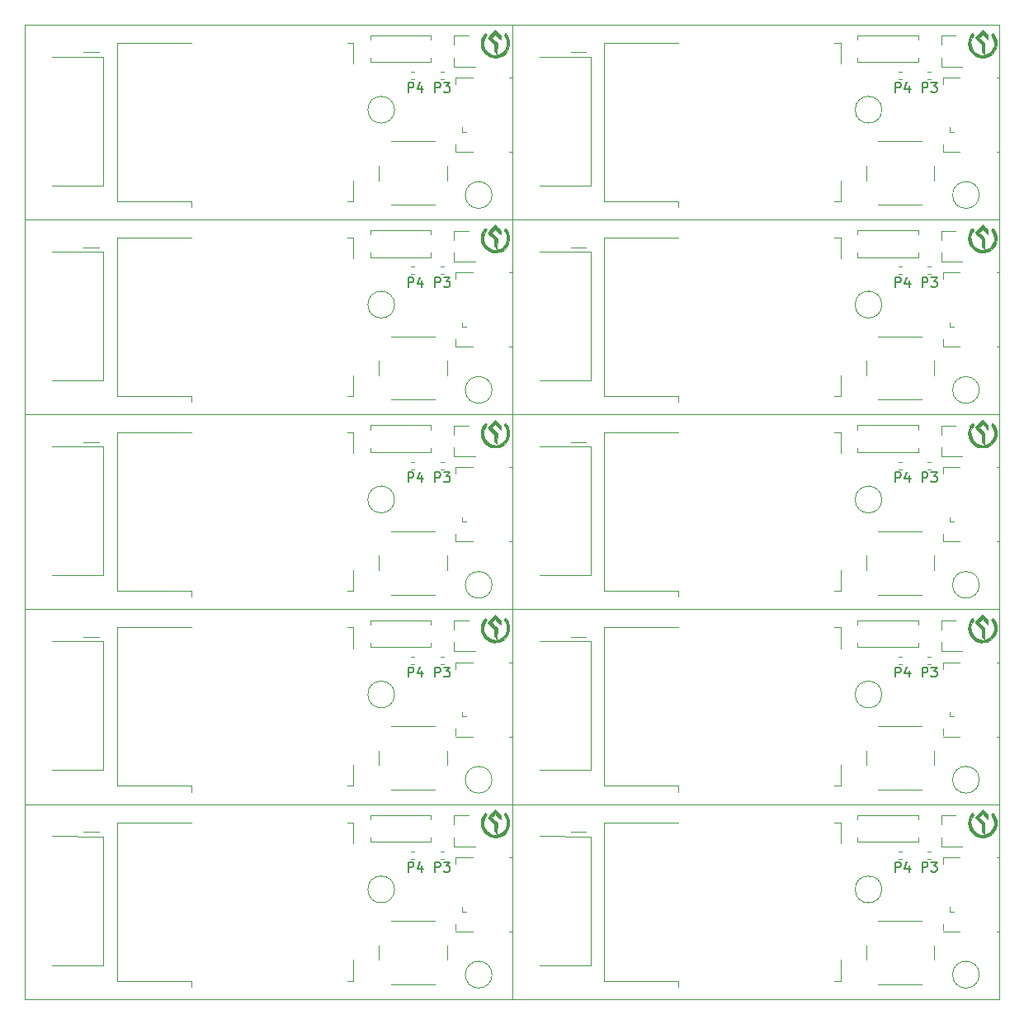
<source format=gbr>
%TF.GenerationSoftware,KiCad,Pcbnew,(5.1.9)-1*%
%TF.CreationDate,2021-04-07T06:54:24+02:00*%
%TF.ProjectId,IM350_AM550_5V_multi,494d3335-305f-4414-9d35-35305f35565f,rev?*%
%TF.SameCoordinates,Original*%
%TF.FileFunction,Legend,Top*%
%TF.FilePolarity,Positive*%
%FSLAX46Y46*%
G04 Gerber Fmt 4.6, Leading zero omitted, Abs format (unit mm)*
G04 Created by KiCad (PCBNEW (5.1.9)-1) date 2021-04-07 06:54:24*
%MOMM*%
%LPD*%
G01*
G04 APERTURE LIST*
%ADD10C,0.120000*%
%ADD11C,0.010000*%
%ADD12C,0.150000*%
G04 APERTURE END LIST*
D10*
X90750000Y-94000000D02*
X140750000Y-94000000D01*
X90750000Y-74000000D02*
X140750000Y-74000000D01*
X90750000Y-134000000D02*
X90750000Y-114000000D01*
X140750000Y-114000000D02*
X90750000Y-114000000D01*
X90750000Y-94000000D02*
X90750000Y-74000000D01*
X140750000Y-94000000D02*
X90750000Y-94000000D01*
X140750000Y-54000000D02*
X140750000Y-74000000D01*
X140750000Y-74000000D02*
X140750000Y-94000000D01*
X140750000Y-94000000D02*
X140750000Y-114000000D01*
X90750000Y-54000000D02*
X140750000Y-54000000D01*
X90750000Y-74000000D02*
X90750000Y-54000000D01*
X140750000Y-134000000D02*
X90750000Y-134000000D01*
X90750000Y-114000000D02*
X140750000Y-114000000D01*
X140750000Y-114000000D02*
X140750000Y-134000000D01*
X90750000Y-114000000D02*
X90750000Y-94000000D01*
X140750000Y-74000000D02*
X90750000Y-74000000D01*
X140750000Y-54000000D02*
X90750000Y-54000000D01*
X140750000Y-34000000D02*
X140750000Y-54000000D01*
X90750000Y-54000000D02*
X90750000Y-34000000D01*
X90750000Y-34000000D02*
X140750000Y-34000000D01*
X40750000Y-114000000D02*
X90750000Y-114000000D01*
X90750000Y-134000000D02*
X40750000Y-134000000D01*
X90750000Y-114000000D02*
X90750000Y-134000000D01*
X40750000Y-134000000D02*
X40750000Y-114000000D01*
X40750000Y-94000000D02*
X90750000Y-94000000D01*
X40750000Y-114000000D02*
X40750000Y-94000000D01*
X90750000Y-114000000D02*
X40750000Y-114000000D01*
X90750000Y-94000000D02*
X90750000Y-114000000D01*
X90750000Y-74000000D02*
X90750000Y-94000000D01*
X40750000Y-74000000D02*
X90750000Y-74000000D01*
X40750000Y-94000000D02*
X40750000Y-74000000D01*
X90750000Y-94000000D02*
X40750000Y-94000000D01*
X90750000Y-74000000D02*
X40750000Y-74000000D01*
X90750000Y-54000000D02*
X90750000Y-74000000D01*
X40750000Y-74000000D02*
X40750000Y-54000000D01*
X40750000Y-54000000D02*
X90750000Y-54000000D01*
X40750000Y-34000000D02*
X90750000Y-34000000D01*
X40750000Y-54000000D02*
X40750000Y-34000000D01*
X90750000Y-54000000D02*
X40750000Y-54000000D01*
X90750000Y-34000000D02*
X90750000Y-54000000D01*
%TO.C,P3*%
X133382379Y-119630000D02*
X133717621Y-119630000D01*
X133382379Y-118870000D02*
X133717621Y-118870000D01*
%TO.C,J7*%
X98780000Y-117320000D02*
X98780000Y-130520000D01*
X98780000Y-130520000D02*
X93550000Y-130520000D01*
X93550000Y-117300000D02*
X98780000Y-117320000D01*
X96780000Y-116850000D02*
X98310000Y-116850000D01*
%TO.C,P3*%
X133382379Y-98870000D02*
X133717621Y-98870000D01*
X133382379Y-99630000D02*
X133717621Y-99630000D01*
%TO.C,J5*%
X135640000Y-105010000D02*
X136030000Y-105010000D01*
X135640000Y-105010000D02*
X135640000Y-104560000D01*
X134950000Y-99475000D02*
X134950000Y-100125000D01*
X136680000Y-99440000D02*
X134950000Y-99440000D01*
X140640000Y-107060000D02*
X140430000Y-107060000D01*
X140640000Y-99440000D02*
X140430000Y-99440000D01*
X136680000Y-107060000D02*
X134950000Y-107060000D01*
X134950000Y-106950000D02*
X134950000Y-106290000D01*
%TO.C,C2*%
X132420000Y-97870000D02*
X126180000Y-97870000D01*
X132420000Y-95130000D02*
X126180000Y-95130000D01*
X132420000Y-97870000D02*
X132420000Y-97425000D01*
X132420000Y-95575000D02*
X132420000Y-95130000D01*
X126180000Y-97870000D02*
X126180000Y-97425000D01*
X126180000Y-95575000D02*
X126180000Y-95130000D01*
%TO.C,P4*%
X130382379Y-99630000D02*
X130717621Y-99630000D01*
X130382379Y-98870000D02*
X130717621Y-98870000D01*
D11*
%TO.C,G2*%
G36*
X139279165Y-94831368D02*
G01*
X139422541Y-94978132D01*
X139506383Y-95085007D01*
X139546412Y-95180367D01*
X139558347Y-95292588D01*
X139558800Y-95336129D01*
X139558800Y-95564729D01*
X139279910Y-95289304D01*
X139001021Y-95013879D01*
X138643125Y-95360765D01*
X138924914Y-95645526D01*
X139206704Y-95930287D01*
X139177800Y-97073827D01*
X139038100Y-96927833D01*
X138962902Y-96838234D01*
X138920737Y-96745446D01*
X138902329Y-96616256D01*
X138898400Y-96427552D01*
X138898400Y-96073264D01*
X138568200Y-95746000D01*
X138422691Y-95596271D01*
X138309914Y-95469731D01*
X138246276Y-95385298D01*
X138238000Y-95365196D01*
X138272075Y-95309273D01*
X138364170Y-95200142D01*
X138499088Y-95055036D01*
X138618765Y-94933432D01*
X138999531Y-94555209D01*
X139279165Y-94831368D01*
G37*
X139279165Y-94831368D02*
X139422541Y-94978132D01*
X139506383Y-95085007D01*
X139546412Y-95180367D01*
X139558347Y-95292588D01*
X139558800Y-95336129D01*
X139558800Y-95564729D01*
X139279910Y-95289304D01*
X139001021Y-95013879D01*
X138643125Y-95360765D01*
X138924914Y-95645526D01*
X139206704Y-95930287D01*
X139177800Y-97073827D01*
X139038100Y-96927833D01*
X138962902Y-96838234D01*
X138920737Y-96745446D01*
X138902329Y-96616256D01*
X138898400Y-96427552D01*
X138898400Y-96073264D01*
X138568200Y-95746000D01*
X138422691Y-95596271D01*
X138309914Y-95469731D01*
X138246276Y-95385298D01*
X138238000Y-95365196D01*
X138272075Y-95309273D01*
X138364170Y-95200142D01*
X138499088Y-95055036D01*
X138618765Y-94933432D01*
X138999531Y-94555209D01*
X139279165Y-94831368D01*
G36*
X138035721Y-94959435D02*
G01*
X138037866Y-94961375D01*
X138104817Y-95036657D01*
X138095708Y-95103819D01*
X138059374Y-95157520D01*
X137877523Y-95477944D01*
X137792344Y-95807789D01*
X137803128Y-96135435D01*
X137909165Y-96449266D01*
X138109746Y-96737661D01*
X138158987Y-96789121D01*
X138446721Y-97015232D01*
X138750936Y-97143030D01*
X139062476Y-97172517D01*
X139372184Y-97103691D01*
X139670903Y-96936554D01*
X139841012Y-96789121D01*
X140059653Y-96506935D01*
X140183887Y-96197085D01*
X140213004Y-95871188D01*
X140146294Y-95540865D01*
X139983048Y-95217732D01*
X139940625Y-95157520D01*
X139891303Y-95072038D01*
X139914827Y-95007739D01*
X139962133Y-94961375D01*
X140021211Y-94915269D01*
X140068578Y-94916078D01*
X140125623Y-94976835D01*
X140213740Y-95110574D01*
X140217989Y-95117273D01*
X140378882Y-95427772D01*
X140456368Y-95735697D01*
X140460214Y-96077694D01*
X140381906Y-96446720D01*
X140214004Y-96778877D01*
X139965857Y-97060382D01*
X139646814Y-97277448D01*
X139646350Y-97277686D01*
X139421101Y-97356666D01*
X139144920Y-97401299D01*
X138859849Y-97408785D01*
X138607932Y-97376330D01*
X138527457Y-97352133D01*
X138182359Y-97174160D01*
X137900483Y-96927474D01*
X137691445Y-96625345D01*
X137564859Y-96281041D01*
X137529313Y-95974600D01*
X137553461Y-95660499D01*
X137639957Y-95379218D01*
X137782626Y-95116300D01*
X137872138Y-94979885D01*
X137929846Y-94916955D01*
X137977219Y-94914482D01*
X138035721Y-94959435D01*
G37*
X138035721Y-94959435D02*
X138037866Y-94961375D01*
X138104817Y-95036657D01*
X138095708Y-95103819D01*
X138059374Y-95157520D01*
X137877523Y-95477944D01*
X137792344Y-95807789D01*
X137803128Y-96135435D01*
X137909165Y-96449266D01*
X138109746Y-96737661D01*
X138158987Y-96789121D01*
X138446721Y-97015232D01*
X138750936Y-97143030D01*
X139062476Y-97172517D01*
X139372184Y-97103691D01*
X139670903Y-96936554D01*
X139841012Y-96789121D01*
X140059653Y-96506935D01*
X140183887Y-96197085D01*
X140213004Y-95871188D01*
X140146294Y-95540865D01*
X139983048Y-95217732D01*
X139940625Y-95157520D01*
X139891303Y-95072038D01*
X139914827Y-95007739D01*
X139962133Y-94961375D01*
X140021211Y-94915269D01*
X140068578Y-94916078D01*
X140125623Y-94976835D01*
X140213740Y-95110574D01*
X140217989Y-95117273D01*
X140378882Y-95427772D01*
X140456368Y-95735697D01*
X140460214Y-96077694D01*
X140381906Y-96446720D01*
X140214004Y-96778877D01*
X139965857Y-97060382D01*
X139646814Y-97277448D01*
X139646350Y-97277686D01*
X139421101Y-97356666D01*
X139144920Y-97401299D01*
X138859849Y-97408785D01*
X138607932Y-97376330D01*
X138527457Y-97352133D01*
X138182359Y-97174160D01*
X137900483Y-96927474D01*
X137691445Y-96625345D01*
X137564859Y-96281041D01*
X137529313Y-95974600D01*
X137553461Y-95660499D01*
X137639957Y-95379218D01*
X137782626Y-95116300D01*
X137872138Y-94979885D01*
X137929846Y-94916955D01*
X137977219Y-94914482D01*
X138035721Y-94959435D01*
D10*
%TO.C,R1*%
X127300000Y-101380000D02*
X127300000Y-101310000D01*
X128670000Y-102750000D02*
G75*
G03*
X128670000Y-102750000I-1370000J0D01*
G01*
%TO.C,SW1*%
X127050000Y-128500000D02*
X127050000Y-130000000D01*
X128300000Y-132500000D02*
X132800000Y-132500000D01*
X134050000Y-130000000D02*
X134050000Y-128500000D01*
X132800000Y-126000000D02*
X128300000Y-126000000D01*
%TO.C,R1*%
X128670000Y-122750000D02*
G75*
G03*
X128670000Y-122750000I-1370000J0D01*
G01*
X127300000Y-121380000D02*
X127300000Y-121310000D01*
%TO.C,C2*%
X126180000Y-115575000D02*
X126180000Y-115130000D01*
X126180000Y-117870000D02*
X126180000Y-117425000D01*
X132420000Y-115575000D02*
X132420000Y-115130000D01*
X132420000Y-117870000D02*
X132420000Y-117425000D01*
X132420000Y-115130000D02*
X126180000Y-115130000D01*
X132420000Y-117870000D02*
X126180000Y-117870000D01*
%TO.C,SW1*%
X132800000Y-106000000D02*
X128300000Y-106000000D01*
X134050000Y-110000000D02*
X134050000Y-108500000D01*
X128300000Y-112500000D02*
X132800000Y-112500000D01*
X127050000Y-108500000D02*
X127050000Y-110000000D01*
%TO.C,U2*%
X100180000Y-112120000D02*
X100180000Y-95880000D01*
X100180000Y-95880000D02*
X107800000Y-95880000D01*
X123800000Y-95880000D02*
X124420000Y-95880000D01*
X124420000Y-95880000D02*
X124420000Y-98000000D01*
X124420000Y-110000000D02*
X124420000Y-112120000D01*
X124420000Y-112120000D02*
X123800000Y-112120000D01*
X107800000Y-112120000D02*
X100180000Y-112120000D01*
X107800000Y-112120000D02*
X107800000Y-112730000D01*
%TO.C,P4*%
X130382379Y-118870000D02*
X130717621Y-118870000D01*
X130382379Y-119630000D02*
X130717621Y-119630000D01*
%TO.C,R5*%
X137300000Y-130130000D02*
X137300000Y-130060000D01*
X138670000Y-131500000D02*
G75*
G03*
X138670000Y-131500000I-1370000J0D01*
G01*
%TO.C,U1*%
X134790000Y-95170000D02*
X136250000Y-95170000D01*
X134790000Y-98330000D02*
X136950000Y-98330000D01*
X134790000Y-98330000D02*
X134790000Y-97400000D01*
X134790000Y-95170000D02*
X134790000Y-96100000D01*
X134790000Y-115170000D02*
X134790000Y-116100000D01*
X134790000Y-118330000D02*
X134790000Y-117400000D01*
X134790000Y-118330000D02*
X136950000Y-118330000D01*
X134790000Y-115170000D02*
X136250000Y-115170000D01*
%TO.C,J7*%
X96780000Y-96850000D02*
X98310000Y-96850000D01*
X93550000Y-97300000D02*
X98780000Y-97320000D01*
X98780000Y-110520000D02*
X93550000Y-110520000D01*
X98780000Y-97320000D02*
X98780000Y-110520000D01*
%TO.C,J5*%
X134950000Y-126950000D02*
X134950000Y-126290000D01*
X136680000Y-127060000D02*
X134950000Y-127060000D01*
X140640000Y-119440000D02*
X140430000Y-119440000D01*
X140640000Y-127060000D02*
X140430000Y-127060000D01*
X136680000Y-119440000D02*
X134950000Y-119440000D01*
X134950000Y-119475000D02*
X134950000Y-120125000D01*
X135640000Y-125010000D02*
X135640000Y-124560000D01*
X135640000Y-125010000D02*
X136030000Y-125010000D01*
D11*
%TO.C,G2*%
G36*
X138035721Y-114959435D02*
G01*
X138037866Y-114961375D01*
X138104817Y-115036657D01*
X138095708Y-115103819D01*
X138059374Y-115157520D01*
X137877523Y-115477944D01*
X137792344Y-115807789D01*
X137803128Y-116135435D01*
X137909165Y-116449266D01*
X138109746Y-116737661D01*
X138158987Y-116789121D01*
X138446721Y-117015232D01*
X138750936Y-117143030D01*
X139062476Y-117172517D01*
X139372184Y-117103691D01*
X139670903Y-116936554D01*
X139841012Y-116789121D01*
X140059653Y-116506935D01*
X140183887Y-116197085D01*
X140213004Y-115871188D01*
X140146294Y-115540865D01*
X139983048Y-115217732D01*
X139940625Y-115157520D01*
X139891303Y-115072038D01*
X139914827Y-115007739D01*
X139962133Y-114961375D01*
X140021211Y-114915269D01*
X140068578Y-114916078D01*
X140125623Y-114976835D01*
X140213740Y-115110574D01*
X140217989Y-115117273D01*
X140378882Y-115427772D01*
X140456368Y-115735697D01*
X140460214Y-116077694D01*
X140381906Y-116446720D01*
X140214004Y-116778877D01*
X139965857Y-117060382D01*
X139646814Y-117277448D01*
X139646350Y-117277686D01*
X139421101Y-117356666D01*
X139144920Y-117401299D01*
X138859849Y-117408785D01*
X138607932Y-117376330D01*
X138527457Y-117352133D01*
X138182359Y-117174160D01*
X137900483Y-116927474D01*
X137691445Y-116625345D01*
X137564859Y-116281041D01*
X137529313Y-115974600D01*
X137553461Y-115660499D01*
X137639957Y-115379218D01*
X137782626Y-115116300D01*
X137872138Y-114979885D01*
X137929846Y-114916955D01*
X137977219Y-114914482D01*
X138035721Y-114959435D01*
G37*
X138035721Y-114959435D02*
X138037866Y-114961375D01*
X138104817Y-115036657D01*
X138095708Y-115103819D01*
X138059374Y-115157520D01*
X137877523Y-115477944D01*
X137792344Y-115807789D01*
X137803128Y-116135435D01*
X137909165Y-116449266D01*
X138109746Y-116737661D01*
X138158987Y-116789121D01*
X138446721Y-117015232D01*
X138750936Y-117143030D01*
X139062476Y-117172517D01*
X139372184Y-117103691D01*
X139670903Y-116936554D01*
X139841012Y-116789121D01*
X140059653Y-116506935D01*
X140183887Y-116197085D01*
X140213004Y-115871188D01*
X140146294Y-115540865D01*
X139983048Y-115217732D01*
X139940625Y-115157520D01*
X139891303Y-115072038D01*
X139914827Y-115007739D01*
X139962133Y-114961375D01*
X140021211Y-114915269D01*
X140068578Y-114916078D01*
X140125623Y-114976835D01*
X140213740Y-115110574D01*
X140217989Y-115117273D01*
X140378882Y-115427772D01*
X140456368Y-115735697D01*
X140460214Y-116077694D01*
X140381906Y-116446720D01*
X140214004Y-116778877D01*
X139965857Y-117060382D01*
X139646814Y-117277448D01*
X139646350Y-117277686D01*
X139421101Y-117356666D01*
X139144920Y-117401299D01*
X138859849Y-117408785D01*
X138607932Y-117376330D01*
X138527457Y-117352133D01*
X138182359Y-117174160D01*
X137900483Y-116927474D01*
X137691445Y-116625345D01*
X137564859Y-116281041D01*
X137529313Y-115974600D01*
X137553461Y-115660499D01*
X137639957Y-115379218D01*
X137782626Y-115116300D01*
X137872138Y-114979885D01*
X137929846Y-114916955D01*
X137977219Y-114914482D01*
X138035721Y-114959435D01*
G36*
X139279165Y-114831368D02*
G01*
X139422541Y-114978132D01*
X139506383Y-115085007D01*
X139546412Y-115180367D01*
X139558347Y-115292588D01*
X139558800Y-115336129D01*
X139558800Y-115564729D01*
X139279910Y-115289304D01*
X139001021Y-115013879D01*
X138643125Y-115360765D01*
X138924914Y-115645526D01*
X139206704Y-115930287D01*
X139177800Y-117073827D01*
X139038100Y-116927833D01*
X138962902Y-116838234D01*
X138920737Y-116745446D01*
X138902329Y-116616256D01*
X138898400Y-116427552D01*
X138898400Y-116073264D01*
X138568200Y-115746000D01*
X138422691Y-115596271D01*
X138309914Y-115469731D01*
X138246276Y-115385298D01*
X138238000Y-115365196D01*
X138272075Y-115309273D01*
X138364170Y-115200142D01*
X138499088Y-115055036D01*
X138618765Y-114933432D01*
X138999531Y-114555209D01*
X139279165Y-114831368D01*
G37*
X139279165Y-114831368D02*
X139422541Y-114978132D01*
X139506383Y-115085007D01*
X139546412Y-115180367D01*
X139558347Y-115292588D01*
X139558800Y-115336129D01*
X139558800Y-115564729D01*
X139279910Y-115289304D01*
X139001021Y-115013879D01*
X138643125Y-115360765D01*
X138924914Y-115645526D01*
X139206704Y-115930287D01*
X139177800Y-117073827D01*
X139038100Y-116927833D01*
X138962902Y-116838234D01*
X138920737Y-116745446D01*
X138902329Y-116616256D01*
X138898400Y-116427552D01*
X138898400Y-116073264D01*
X138568200Y-115746000D01*
X138422691Y-115596271D01*
X138309914Y-115469731D01*
X138246276Y-115385298D01*
X138238000Y-115365196D01*
X138272075Y-115309273D01*
X138364170Y-115200142D01*
X138499088Y-115055036D01*
X138618765Y-114933432D01*
X138999531Y-114555209D01*
X139279165Y-114831368D01*
D10*
%TO.C,U2*%
X107800000Y-132120000D02*
X107800000Y-132730000D01*
X107800000Y-132120000D02*
X100180000Y-132120000D01*
X124420000Y-132120000D02*
X123800000Y-132120000D01*
X124420000Y-130000000D02*
X124420000Y-132120000D01*
X124420000Y-115880000D02*
X124420000Y-118000000D01*
X123800000Y-115880000D02*
X124420000Y-115880000D01*
X100180000Y-115880000D02*
X107800000Y-115880000D01*
X100180000Y-132120000D02*
X100180000Y-115880000D01*
%TO.C,R5*%
X138670000Y-111500000D02*
G75*
G03*
X138670000Y-111500000I-1370000J0D01*
G01*
X137300000Y-110130000D02*
X137300000Y-110060000D01*
%TO.C,J5*%
X134950000Y-86950000D02*
X134950000Y-86290000D01*
X136680000Y-87060000D02*
X134950000Y-87060000D01*
X140640000Y-79440000D02*
X140430000Y-79440000D01*
X140640000Y-87060000D02*
X140430000Y-87060000D01*
X136680000Y-79440000D02*
X134950000Y-79440000D01*
X134950000Y-79475000D02*
X134950000Y-80125000D01*
X135640000Y-85010000D02*
X135640000Y-84560000D01*
X135640000Y-85010000D02*
X136030000Y-85010000D01*
%TO.C,C2*%
X126180000Y-75575000D02*
X126180000Y-75130000D01*
X126180000Y-77870000D02*
X126180000Y-77425000D01*
X132420000Y-75575000D02*
X132420000Y-75130000D01*
X132420000Y-77870000D02*
X132420000Y-77425000D01*
X132420000Y-75130000D02*
X126180000Y-75130000D01*
X132420000Y-77870000D02*
X126180000Y-77870000D01*
%TO.C,P4*%
X130382379Y-78870000D02*
X130717621Y-78870000D01*
X130382379Y-79630000D02*
X130717621Y-79630000D01*
%TO.C,U2*%
X107800000Y-92120000D02*
X107800000Y-92730000D01*
X107800000Y-92120000D02*
X100180000Y-92120000D01*
X124420000Y-92120000D02*
X123800000Y-92120000D01*
X124420000Y-90000000D02*
X124420000Y-92120000D01*
X124420000Y-75880000D02*
X124420000Y-78000000D01*
X123800000Y-75880000D02*
X124420000Y-75880000D01*
X100180000Y-75880000D02*
X107800000Y-75880000D01*
X100180000Y-92120000D02*
X100180000Y-75880000D01*
%TO.C,J7*%
X98780000Y-77320000D02*
X98780000Y-90520000D01*
X98780000Y-90520000D02*
X93550000Y-90520000D01*
X93550000Y-77300000D02*
X98780000Y-77320000D01*
X96780000Y-76850000D02*
X98310000Y-76850000D01*
%TO.C,U1*%
X134790000Y-75170000D02*
X134790000Y-76100000D01*
X134790000Y-78330000D02*
X134790000Y-77400000D01*
X134790000Y-78330000D02*
X136950000Y-78330000D01*
X134790000Y-75170000D02*
X136250000Y-75170000D01*
%TO.C,P3*%
X133382379Y-79630000D02*
X133717621Y-79630000D01*
X133382379Y-78870000D02*
X133717621Y-78870000D01*
D11*
%TO.C,G2*%
G36*
X138035721Y-74959435D02*
G01*
X138037866Y-74961375D01*
X138104817Y-75036657D01*
X138095708Y-75103819D01*
X138059374Y-75157520D01*
X137877523Y-75477944D01*
X137792344Y-75807789D01*
X137803128Y-76135435D01*
X137909165Y-76449266D01*
X138109746Y-76737661D01*
X138158987Y-76789121D01*
X138446721Y-77015232D01*
X138750936Y-77143030D01*
X139062476Y-77172517D01*
X139372184Y-77103691D01*
X139670903Y-76936554D01*
X139841012Y-76789121D01*
X140059653Y-76506935D01*
X140183887Y-76197085D01*
X140213004Y-75871188D01*
X140146294Y-75540865D01*
X139983048Y-75217732D01*
X139940625Y-75157520D01*
X139891303Y-75072038D01*
X139914827Y-75007739D01*
X139962133Y-74961375D01*
X140021211Y-74915269D01*
X140068578Y-74916078D01*
X140125623Y-74976835D01*
X140213740Y-75110574D01*
X140217989Y-75117273D01*
X140378882Y-75427772D01*
X140456368Y-75735697D01*
X140460214Y-76077694D01*
X140381906Y-76446720D01*
X140214004Y-76778877D01*
X139965857Y-77060382D01*
X139646814Y-77277448D01*
X139646350Y-77277686D01*
X139421101Y-77356666D01*
X139144920Y-77401299D01*
X138859849Y-77408785D01*
X138607932Y-77376330D01*
X138527457Y-77352133D01*
X138182359Y-77174160D01*
X137900483Y-76927474D01*
X137691445Y-76625345D01*
X137564859Y-76281041D01*
X137529313Y-75974600D01*
X137553461Y-75660499D01*
X137639957Y-75379218D01*
X137782626Y-75116300D01*
X137872138Y-74979885D01*
X137929846Y-74916955D01*
X137977219Y-74914482D01*
X138035721Y-74959435D01*
G37*
X138035721Y-74959435D02*
X138037866Y-74961375D01*
X138104817Y-75036657D01*
X138095708Y-75103819D01*
X138059374Y-75157520D01*
X137877523Y-75477944D01*
X137792344Y-75807789D01*
X137803128Y-76135435D01*
X137909165Y-76449266D01*
X138109746Y-76737661D01*
X138158987Y-76789121D01*
X138446721Y-77015232D01*
X138750936Y-77143030D01*
X139062476Y-77172517D01*
X139372184Y-77103691D01*
X139670903Y-76936554D01*
X139841012Y-76789121D01*
X140059653Y-76506935D01*
X140183887Y-76197085D01*
X140213004Y-75871188D01*
X140146294Y-75540865D01*
X139983048Y-75217732D01*
X139940625Y-75157520D01*
X139891303Y-75072038D01*
X139914827Y-75007739D01*
X139962133Y-74961375D01*
X140021211Y-74915269D01*
X140068578Y-74916078D01*
X140125623Y-74976835D01*
X140213740Y-75110574D01*
X140217989Y-75117273D01*
X140378882Y-75427772D01*
X140456368Y-75735697D01*
X140460214Y-76077694D01*
X140381906Y-76446720D01*
X140214004Y-76778877D01*
X139965857Y-77060382D01*
X139646814Y-77277448D01*
X139646350Y-77277686D01*
X139421101Y-77356666D01*
X139144920Y-77401299D01*
X138859849Y-77408785D01*
X138607932Y-77376330D01*
X138527457Y-77352133D01*
X138182359Y-77174160D01*
X137900483Y-76927474D01*
X137691445Y-76625345D01*
X137564859Y-76281041D01*
X137529313Y-75974600D01*
X137553461Y-75660499D01*
X137639957Y-75379218D01*
X137782626Y-75116300D01*
X137872138Y-74979885D01*
X137929846Y-74916955D01*
X137977219Y-74914482D01*
X138035721Y-74959435D01*
G36*
X139279165Y-74831368D02*
G01*
X139422541Y-74978132D01*
X139506383Y-75085007D01*
X139546412Y-75180367D01*
X139558347Y-75292588D01*
X139558800Y-75336129D01*
X139558800Y-75564729D01*
X139279910Y-75289304D01*
X139001021Y-75013879D01*
X138643125Y-75360765D01*
X138924914Y-75645526D01*
X139206704Y-75930287D01*
X139177800Y-77073827D01*
X139038100Y-76927833D01*
X138962902Y-76838234D01*
X138920737Y-76745446D01*
X138902329Y-76616256D01*
X138898400Y-76427552D01*
X138898400Y-76073264D01*
X138568200Y-75746000D01*
X138422691Y-75596271D01*
X138309914Y-75469731D01*
X138246276Y-75385298D01*
X138238000Y-75365196D01*
X138272075Y-75309273D01*
X138364170Y-75200142D01*
X138499088Y-75055036D01*
X138618765Y-74933432D01*
X138999531Y-74555209D01*
X139279165Y-74831368D01*
G37*
X139279165Y-74831368D02*
X139422541Y-74978132D01*
X139506383Y-75085007D01*
X139546412Y-75180367D01*
X139558347Y-75292588D01*
X139558800Y-75336129D01*
X139558800Y-75564729D01*
X139279910Y-75289304D01*
X139001021Y-75013879D01*
X138643125Y-75360765D01*
X138924914Y-75645526D01*
X139206704Y-75930287D01*
X139177800Y-77073827D01*
X139038100Y-76927833D01*
X138962902Y-76838234D01*
X138920737Y-76745446D01*
X138902329Y-76616256D01*
X138898400Y-76427552D01*
X138898400Y-76073264D01*
X138568200Y-75746000D01*
X138422691Y-75596271D01*
X138309914Y-75469731D01*
X138246276Y-75385298D01*
X138238000Y-75365196D01*
X138272075Y-75309273D01*
X138364170Y-75200142D01*
X138499088Y-75055036D01*
X138618765Y-74933432D01*
X138999531Y-74555209D01*
X139279165Y-74831368D01*
D10*
%TO.C,R1*%
X128670000Y-82750000D02*
G75*
G03*
X128670000Y-82750000I-1370000J0D01*
G01*
X127300000Y-81380000D02*
X127300000Y-81310000D01*
%TO.C,R5*%
X137300000Y-90130000D02*
X137300000Y-90060000D01*
X138670000Y-91500000D02*
G75*
G03*
X138670000Y-91500000I-1370000J0D01*
G01*
%TO.C,SW1*%
X127050000Y-88500000D02*
X127050000Y-90000000D01*
X128300000Y-92500000D02*
X132800000Y-92500000D01*
X134050000Y-90000000D02*
X134050000Y-88500000D01*
X132800000Y-86000000D02*
X128300000Y-86000000D01*
%TO.C,J7*%
X96780000Y-56850000D02*
X98310000Y-56850000D01*
X93550000Y-57300000D02*
X98780000Y-57320000D01*
X98780000Y-70520000D02*
X93550000Y-70520000D01*
X98780000Y-57320000D02*
X98780000Y-70520000D01*
%TO.C,P4*%
X130382379Y-59630000D02*
X130717621Y-59630000D01*
X130382379Y-58870000D02*
X130717621Y-58870000D01*
%TO.C,U2*%
X100180000Y-72120000D02*
X100180000Y-55880000D01*
X100180000Y-55880000D02*
X107800000Y-55880000D01*
X123800000Y-55880000D02*
X124420000Y-55880000D01*
X124420000Y-55880000D02*
X124420000Y-58000000D01*
X124420000Y-70000000D02*
X124420000Y-72120000D01*
X124420000Y-72120000D02*
X123800000Y-72120000D01*
X107800000Y-72120000D02*
X100180000Y-72120000D01*
X107800000Y-72120000D02*
X107800000Y-72730000D01*
%TO.C,U1*%
X134790000Y-55170000D02*
X136250000Y-55170000D01*
X134790000Y-58330000D02*
X136950000Y-58330000D01*
X134790000Y-58330000D02*
X134790000Y-57400000D01*
X134790000Y-55170000D02*
X134790000Y-56100000D01*
%TO.C,P3*%
X133382379Y-58870000D02*
X133717621Y-58870000D01*
X133382379Y-59630000D02*
X133717621Y-59630000D01*
%TO.C,C2*%
X132420000Y-57870000D02*
X126180000Y-57870000D01*
X132420000Y-55130000D02*
X126180000Y-55130000D01*
X132420000Y-57870000D02*
X132420000Y-57425000D01*
X132420000Y-55575000D02*
X132420000Y-55130000D01*
X126180000Y-57870000D02*
X126180000Y-57425000D01*
X126180000Y-55575000D02*
X126180000Y-55130000D01*
D11*
%TO.C,G2*%
G36*
X139279165Y-54831368D02*
G01*
X139422541Y-54978132D01*
X139506383Y-55085007D01*
X139546412Y-55180367D01*
X139558347Y-55292588D01*
X139558800Y-55336129D01*
X139558800Y-55564729D01*
X139279910Y-55289304D01*
X139001021Y-55013879D01*
X138643125Y-55360765D01*
X138924914Y-55645526D01*
X139206704Y-55930287D01*
X139177800Y-57073827D01*
X139038100Y-56927833D01*
X138962902Y-56838234D01*
X138920737Y-56745446D01*
X138902329Y-56616256D01*
X138898400Y-56427552D01*
X138898400Y-56073264D01*
X138568200Y-55746000D01*
X138422691Y-55596271D01*
X138309914Y-55469731D01*
X138246276Y-55385298D01*
X138238000Y-55365196D01*
X138272075Y-55309273D01*
X138364170Y-55200142D01*
X138499088Y-55055036D01*
X138618765Y-54933432D01*
X138999531Y-54555209D01*
X139279165Y-54831368D01*
G37*
X139279165Y-54831368D02*
X139422541Y-54978132D01*
X139506383Y-55085007D01*
X139546412Y-55180367D01*
X139558347Y-55292588D01*
X139558800Y-55336129D01*
X139558800Y-55564729D01*
X139279910Y-55289304D01*
X139001021Y-55013879D01*
X138643125Y-55360765D01*
X138924914Y-55645526D01*
X139206704Y-55930287D01*
X139177800Y-57073827D01*
X139038100Y-56927833D01*
X138962902Y-56838234D01*
X138920737Y-56745446D01*
X138902329Y-56616256D01*
X138898400Y-56427552D01*
X138898400Y-56073264D01*
X138568200Y-55746000D01*
X138422691Y-55596271D01*
X138309914Y-55469731D01*
X138246276Y-55385298D01*
X138238000Y-55365196D01*
X138272075Y-55309273D01*
X138364170Y-55200142D01*
X138499088Y-55055036D01*
X138618765Y-54933432D01*
X138999531Y-54555209D01*
X139279165Y-54831368D01*
G36*
X138035721Y-54959435D02*
G01*
X138037866Y-54961375D01*
X138104817Y-55036657D01*
X138095708Y-55103819D01*
X138059374Y-55157520D01*
X137877523Y-55477944D01*
X137792344Y-55807789D01*
X137803128Y-56135435D01*
X137909165Y-56449266D01*
X138109746Y-56737661D01*
X138158987Y-56789121D01*
X138446721Y-57015232D01*
X138750936Y-57143030D01*
X139062476Y-57172517D01*
X139372184Y-57103691D01*
X139670903Y-56936554D01*
X139841012Y-56789121D01*
X140059653Y-56506935D01*
X140183887Y-56197085D01*
X140213004Y-55871188D01*
X140146294Y-55540865D01*
X139983048Y-55217732D01*
X139940625Y-55157520D01*
X139891303Y-55072038D01*
X139914827Y-55007739D01*
X139962133Y-54961375D01*
X140021211Y-54915269D01*
X140068578Y-54916078D01*
X140125623Y-54976835D01*
X140213740Y-55110574D01*
X140217989Y-55117273D01*
X140378882Y-55427772D01*
X140456368Y-55735697D01*
X140460214Y-56077694D01*
X140381906Y-56446720D01*
X140214004Y-56778877D01*
X139965857Y-57060382D01*
X139646814Y-57277448D01*
X139646350Y-57277686D01*
X139421101Y-57356666D01*
X139144920Y-57401299D01*
X138859849Y-57408785D01*
X138607932Y-57376330D01*
X138527457Y-57352133D01*
X138182359Y-57174160D01*
X137900483Y-56927474D01*
X137691445Y-56625345D01*
X137564859Y-56281041D01*
X137529313Y-55974600D01*
X137553461Y-55660499D01*
X137639957Y-55379218D01*
X137782626Y-55116300D01*
X137872138Y-54979885D01*
X137929846Y-54916955D01*
X137977219Y-54914482D01*
X138035721Y-54959435D01*
G37*
X138035721Y-54959435D02*
X138037866Y-54961375D01*
X138104817Y-55036657D01*
X138095708Y-55103819D01*
X138059374Y-55157520D01*
X137877523Y-55477944D01*
X137792344Y-55807789D01*
X137803128Y-56135435D01*
X137909165Y-56449266D01*
X138109746Y-56737661D01*
X138158987Y-56789121D01*
X138446721Y-57015232D01*
X138750936Y-57143030D01*
X139062476Y-57172517D01*
X139372184Y-57103691D01*
X139670903Y-56936554D01*
X139841012Y-56789121D01*
X140059653Y-56506935D01*
X140183887Y-56197085D01*
X140213004Y-55871188D01*
X140146294Y-55540865D01*
X139983048Y-55217732D01*
X139940625Y-55157520D01*
X139891303Y-55072038D01*
X139914827Y-55007739D01*
X139962133Y-54961375D01*
X140021211Y-54915269D01*
X140068578Y-54916078D01*
X140125623Y-54976835D01*
X140213740Y-55110574D01*
X140217989Y-55117273D01*
X140378882Y-55427772D01*
X140456368Y-55735697D01*
X140460214Y-56077694D01*
X140381906Y-56446720D01*
X140214004Y-56778877D01*
X139965857Y-57060382D01*
X139646814Y-57277448D01*
X139646350Y-57277686D01*
X139421101Y-57356666D01*
X139144920Y-57401299D01*
X138859849Y-57408785D01*
X138607932Y-57376330D01*
X138527457Y-57352133D01*
X138182359Y-57174160D01*
X137900483Y-56927474D01*
X137691445Y-56625345D01*
X137564859Y-56281041D01*
X137529313Y-55974600D01*
X137553461Y-55660499D01*
X137639957Y-55379218D01*
X137782626Y-55116300D01*
X137872138Y-54979885D01*
X137929846Y-54916955D01*
X137977219Y-54914482D01*
X138035721Y-54959435D01*
D10*
%TO.C,J5*%
X135640000Y-65010000D02*
X136030000Y-65010000D01*
X135640000Y-65010000D02*
X135640000Y-64560000D01*
X134950000Y-59475000D02*
X134950000Y-60125000D01*
X136680000Y-59440000D02*
X134950000Y-59440000D01*
X140640000Y-67060000D02*
X140430000Y-67060000D01*
X140640000Y-59440000D02*
X140430000Y-59440000D01*
X136680000Y-67060000D02*
X134950000Y-67060000D01*
X134950000Y-66950000D02*
X134950000Y-66290000D01*
%TO.C,J7*%
X98780000Y-37320000D02*
X98780000Y-50520000D01*
X98780000Y-50520000D02*
X93550000Y-50520000D01*
X93550000Y-37300000D02*
X98780000Y-37320000D01*
X96780000Y-36850000D02*
X98310000Y-36850000D01*
%TO.C,SW1*%
X132800000Y-66000000D02*
X128300000Y-66000000D01*
X134050000Y-70000000D02*
X134050000Y-68500000D01*
X128300000Y-72500000D02*
X132800000Y-72500000D01*
X127050000Y-68500000D02*
X127050000Y-70000000D01*
%TO.C,R1*%
X127300000Y-61380000D02*
X127300000Y-61310000D01*
X128670000Y-62750000D02*
G75*
G03*
X128670000Y-62750000I-1370000J0D01*
G01*
%TO.C,R5*%
X138670000Y-71500000D02*
G75*
G03*
X138670000Y-71500000I-1370000J0D01*
G01*
X137300000Y-70130000D02*
X137300000Y-70060000D01*
%TO.C,U2*%
X107800000Y-52120000D02*
X107800000Y-52730000D01*
X107800000Y-52120000D02*
X100180000Y-52120000D01*
X124420000Y-52120000D02*
X123800000Y-52120000D01*
X124420000Y-50000000D02*
X124420000Y-52120000D01*
X124420000Y-35880000D02*
X124420000Y-38000000D01*
X123800000Y-35880000D02*
X124420000Y-35880000D01*
X100180000Y-35880000D02*
X107800000Y-35880000D01*
X100180000Y-52120000D02*
X100180000Y-35880000D01*
%TO.C,U1*%
X134790000Y-35170000D02*
X134790000Y-36100000D01*
X134790000Y-38330000D02*
X134790000Y-37400000D01*
X134790000Y-38330000D02*
X136950000Y-38330000D01*
X134790000Y-35170000D02*
X136250000Y-35170000D01*
%TO.C,P3*%
X133382379Y-39630000D02*
X133717621Y-39630000D01*
X133382379Y-38870000D02*
X133717621Y-38870000D01*
%TO.C,R1*%
X128670000Y-42750000D02*
G75*
G03*
X128670000Y-42750000I-1370000J0D01*
G01*
X127300000Y-41380000D02*
X127300000Y-41310000D01*
%TO.C,C2*%
X126180000Y-35575000D02*
X126180000Y-35130000D01*
X126180000Y-37870000D02*
X126180000Y-37425000D01*
X132420000Y-35575000D02*
X132420000Y-35130000D01*
X132420000Y-37870000D02*
X132420000Y-37425000D01*
X132420000Y-35130000D02*
X126180000Y-35130000D01*
X132420000Y-37870000D02*
X126180000Y-37870000D01*
%TO.C,P4*%
X130382379Y-38870000D02*
X130717621Y-38870000D01*
X130382379Y-39630000D02*
X130717621Y-39630000D01*
D11*
%TO.C,G2*%
G36*
X138035721Y-34959435D02*
G01*
X138037866Y-34961375D01*
X138104817Y-35036657D01*
X138095708Y-35103819D01*
X138059374Y-35157520D01*
X137877523Y-35477944D01*
X137792344Y-35807789D01*
X137803128Y-36135435D01*
X137909165Y-36449266D01*
X138109746Y-36737661D01*
X138158987Y-36789121D01*
X138446721Y-37015232D01*
X138750936Y-37143030D01*
X139062476Y-37172517D01*
X139372184Y-37103691D01*
X139670903Y-36936554D01*
X139841012Y-36789121D01*
X140059653Y-36506935D01*
X140183887Y-36197085D01*
X140213004Y-35871188D01*
X140146294Y-35540865D01*
X139983048Y-35217732D01*
X139940625Y-35157520D01*
X139891303Y-35072038D01*
X139914827Y-35007739D01*
X139962133Y-34961375D01*
X140021211Y-34915269D01*
X140068578Y-34916078D01*
X140125623Y-34976835D01*
X140213740Y-35110574D01*
X140217989Y-35117273D01*
X140378882Y-35427772D01*
X140456368Y-35735697D01*
X140460214Y-36077694D01*
X140381906Y-36446720D01*
X140214004Y-36778877D01*
X139965857Y-37060382D01*
X139646814Y-37277448D01*
X139646350Y-37277686D01*
X139421101Y-37356666D01*
X139144920Y-37401299D01*
X138859849Y-37408785D01*
X138607932Y-37376330D01*
X138527457Y-37352133D01*
X138182359Y-37174160D01*
X137900483Y-36927474D01*
X137691445Y-36625345D01*
X137564859Y-36281041D01*
X137529313Y-35974600D01*
X137553461Y-35660499D01*
X137639957Y-35379218D01*
X137782626Y-35116300D01*
X137872138Y-34979885D01*
X137929846Y-34916955D01*
X137977219Y-34914482D01*
X138035721Y-34959435D01*
G37*
X138035721Y-34959435D02*
X138037866Y-34961375D01*
X138104817Y-35036657D01*
X138095708Y-35103819D01*
X138059374Y-35157520D01*
X137877523Y-35477944D01*
X137792344Y-35807789D01*
X137803128Y-36135435D01*
X137909165Y-36449266D01*
X138109746Y-36737661D01*
X138158987Y-36789121D01*
X138446721Y-37015232D01*
X138750936Y-37143030D01*
X139062476Y-37172517D01*
X139372184Y-37103691D01*
X139670903Y-36936554D01*
X139841012Y-36789121D01*
X140059653Y-36506935D01*
X140183887Y-36197085D01*
X140213004Y-35871188D01*
X140146294Y-35540865D01*
X139983048Y-35217732D01*
X139940625Y-35157520D01*
X139891303Y-35072038D01*
X139914827Y-35007739D01*
X139962133Y-34961375D01*
X140021211Y-34915269D01*
X140068578Y-34916078D01*
X140125623Y-34976835D01*
X140213740Y-35110574D01*
X140217989Y-35117273D01*
X140378882Y-35427772D01*
X140456368Y-35735697D01*
X140460214Y-36077694D01*
X140381906Y-36446720D01*
X140214004Y-36778877D01*
X139965857Y-37060382D01*
X139646814Y-37277448D01*
X139646350Y-37277686D01*
X139421101Y-37356666D01*
X139144920Y-37401299D01*
X138859849Y-37408785D01*
X138607932Y-37376330D01*
X138527457Y-37352133D01*
X138182359Y-37174160D01*
X137900483Y-36927474D01*
X137691445Y-36625345D01*
X137564859Y-36281041D01*
X137529313Y-35974600D01*
X137553461Y-35660499D01*
X137639957Y-35379218D01*
X137782626Y-35116300D01*
X137872138Y-34979885D01*
X137929846Y-34916955D01*
X137977219Y-34914482D01*
X138035721Y-34959435D01*
G36*
X139279165Y-34831368D02*
G01*
X139422541Y-34978132D01*
X139506383Y-35085007D01*
X139546412Y-35180367D01*
X139558347Y-35292588D01*
X139558800Y-35336129D01*
X139558800Y-35564729D01*
X139279910Y-35289304D01*
X139001021Y-35013879D01*
X138643125Y-35360765D01*
X138924914Y-35645526D01*
X139206704Y-35930287D01*
X139177800Y-37073827D01*
X139038100Y-36927833D01*
X138962902Y-36838234D01*
X138920737Y-36745446D01*
X138902329Y-36616256D01*
X138898400Y-36427552D01*
X138898400Y-36073264D01*
X138568200Y-35746000D01*
X138422691Y-35596271D01*
X138309914Y-35469731D01*
X138246276Y-35385298D01*
X138238000Y-35365196D01*
X138272075Y-35309273D01*
X138364170Y-35200142D01*
X138499088Y-35055036D01*
X138618765Y-34933432D01*
X138999531Y-34555209D01*
X139279165Y-34831368D01*
G37*
X139279165Y-34831368D02*
X139422541Y-34978132D01*
X139506383Y-35085007D01*
X139546412Y-35180367D01*
X139558347Y-35292588D01*
X139558800Y-35336129D01*
X139558800Y-35564729D01*
X139279910Y-35289304D01*
X139001021Y-35013879D01*
X138643125Y-35360765D01*
X138924914Y-35645526D01*
X139206704Y-35930287D01*
X139177800Y-37073827D01*
X139038100Y-36927833D01*
X138962902Y-36838234D01*
X138920737Y-36745446D01*
X138902329Y-36616256D01*
X138898400Y-36427552D01*
X138898400Y-36073264D01*
X138568200Y-35746000D01*
X138422691Y-35596271D01*
X138309914Y-35469731D01*
X138246276Y-35385298D01*
X138238000Y-35365196D01*
X138272075Y-35309273D01*
X138364170Y-35200142D01*
X138499088Y-35055036D01*
X138618765Y-34933432D01*
X138999531Y-34555209D01*
X139279165Y-34831368D01*
D10*
%TO.C,SW1*%
X127050000Y-48500000D02*
X127050000Y-50000000D01*
X128300000Y-52500000D02*
X132800000Y-52500000D01*
X134050000Y-50000000D02*
X134050000Y-48500000D01*
X132800000Y-46000000D02*
X128300000Y-46000000D01*
%TO.C,R5*%
X137300000Y-50130000D02*
X137300000Y-50060000D01*
X138670000Y-51500000D02*
G75*
G03*
X138670000Y-51500000I-1370000J0D01*
G01*
%TO.C,J5*%
X134950000Y-46950000D02*
X134950000Y-46290000D01*
X136680000Y-47060000D02*
X134950000Y-47060000D01*
X140640000Y-39440000D02*
X140430000Y-39440000D01*
X140640000Y-47060000D02*
X140430000Y-47060000D01*
X136680000Y-39440000D02*
X134950000Y-39440000D01*
X134950000Y-39475000D02*
X134950000Y-40125000D01*
X135640000Y-45010000D02*
X135640000Y-44560000D01*
X135640000Y-45010000D02*
X136030000Y-45010000D01*
%TO.C,P3*%
X83382379Y-118870000D02*
X83717621Y-118870000D01*
X83382379Y-119630000D02*
X83717621Y-119630000D01*
%TO.C,J5*%
X85640000Y-125010000D02*
X86030000Y-125010000D01*
X85640000Y-125010000D02*
X85640000Y-124560000D01*
X84950000Y-119475000D02*
X84950000Y-120125000D01*
X86680000Y-119440000D02*
X84950000Y-119440000D01*
X90640000Y-127060000D02*
X90430000Y-127060000D01*
X90640000Y-119440000D02*
X90430000Y-119440000D01*
X86680000Y-127060000D02*
X84950000Y-127060000D01*
X84950000Y-126950000D02*
X84950000Y-126290000D01*
%TO.C,C2*%
X82420000Y-117870000D02*
X76180000Y-117870000D01*
X82420000Y-115130000D02*
X76180000Y-115130000D01*
X82420000Y-117870000D02*
X82420000Y-117425000D01*
X82420000Y-115575000D02*
X82420000Y-115130000D01*
X76180000Y-117870000D02*
X76180000Y-117425000D01*
X76180000Y-115575000D02*
X76180000Y-115130000D01*
%TO.C,P4*%
X80382379Y-119630000D02*
X80717621Y-119630000D01*
X80382379Y-118870000D02*
X80717621Y-118870000D01*
D11*
%TO.C,G2*%
G36*
X89279165Y-114831368D02*
G01*
X89422541Y-114978132D01*
X89506383Y-115085007D01*
X89546412Y-115180367D01*
X89558347Y-115292588D01*
X89558800Y-115336129D01*
X89558800Y-115564729D01*
X89279910Y-115289304D01*
X89001021Y-115013879D01*
X88643125Y-115360765D01*
X88924914Y-115645526D01*
X89206704Y-115930287D01*
X89177800Y-117073827D01*
X89038100Y-116927833D01*
X88962902Y-116838234D01*
X88920737Y-116745446D01*
X88902329Y-116616256D01*
X88898400Y-116427552D01*
X88898400Y-116073264D01*
X88568200Y-115746000D01*
X88422691Y-115596271D01*
X88309914Y-115469731D01*
X88246276Y-115385298D01*
X88238000Y-115365196D01*
X88272075Y-115309273D01*
X88364170Y-115200142D01*
X88499088Y-115055036D01*
X88618765Y-114933432D01*
X88999531Y-114555209D01*
X89279165Y-114831368D01*
G37*
X89279165Y-114831368D02*
X89422541Y-114978132D01*
X89506383Y-115085007D01*
X89546412Y-115180367D01*
X89558347Y-115292588D01*
X89558800Y-115336129D01*
X89558800Y-115564729D01*
X89279910Y-115289304D01*
X89001021Y-115013879D01*
X88643125Y-115360765D01*
X88924914Y-115645526D01*
X89206704Y-115930287D01*
X89177800Y-117073827D01*
X89038100Y-116927833D01*
X88962902Y-116838234D01*
X88920737Y-116745446D01*
X88902329Y-116616256D01*
X88898400Y-116427552D01*
X88898400Y-116073264D01*
X88568200Y-115746000D01*
X88422691Y-115596271D01*
X88309914Y-115469731D01*
X88246276Y-115385298D01*
X88238000Y-115365196D01*
X88272075Y-115309273D01*
X88364170Y-115200142D01*
X88499088Y-115055036D01*
X88618765Y-114933432D01*
X88999531Y-114555209D01*
X89279165Y-114831368D01*
G36*
X88035721Y-114959435D02*
G01*
X88037866Y-114961375D01*
X88104817Y-115036657D01*
X88095708Y-115103819D01*
X88059374Y-115157520D01*
X87877523Y-115477944D01*
X87792344Y-115807789D01*
X87803128Y-116135435D01*
X87909165Y-116449266D01*
X88109746Y-116737661D01*
X88158987Y-116789121D01*
X88446721Y-117015232D01*
X88750936Y-117143030D01*
X89062476Y-117172517D01*
X89372184Y-117103691D01*
X89670903Y-116936554D01*
X89841012Y-116789121D01*
X90059653Y-116506935D01*
X90183887Y-116197085D01*
X90213004Y-115871188D01*
X90146294Y-115540865D01*
X89983048Y-115217732D01*
X89940625Y-115157520D01*
X89891303Y-115072038D01*
X89914827Y-115007739D01*
X89962133Y-114961375D01*
X90021211Y-114915269D01*
X90068578Y-114916078D01*
X90125623Y-114976835D01*
X90213740Y-115110574D01*
X90217989Y-115117273D01*
X90378882Y-115427772D01*
X90456368Y-115735697D01*
X90460214Y-116077694D01*
X90381906Y-116446720D01*
X90214004Y-116778877D01*
X89965857Y-117060382D01*
X89646814Y-117277448D01*
X89646350Y-117277686D01*
X89421101Y-117356666D01*
X89144920Y-117401299D01*
X88859849Y-117408785D01*
X88607932Y-117376330D01*
X88527457Y-117352133D01*
X88182359Y-117174160D01*
X87900483Y-116927474D01*
X87691445Y-116625345D01*
X87564859Y-116281041D01*
X87529313Y-115974600D01*
X87553461Y-115660499D01*
X87639957Y-115379218D01*
X87782626Y-115116300D01*
X87872138Y-114979885D01*
X87929846Y-114916955D01*
X87977219Y-114914482D01*
X88035721Y-114959435D01*
G37*
X88035721Y-114959435D02*
X88037866Y-114961375D01*
X88104817Y-115036657D01*
X88095708Y-115103819D01*
X88059374Y-115157520D01*
X87877523Y-115477944D01*
X87792344Y-115807789D01*
X87803128Y-116135435D01*
X87909165Y-116449266D01*
X88109746Y-116737661D01*
X88158987Y-116789121D01*
X88446721Y-117015232D01*
X88750936Y-117143030D01*
X89062476Y-117172517D01*
X89372184Y-117103691D01*
X89670903Y-116936554D01*
X89841012Y-116789121D01*
X90059653Y-116506935D01*
X90183887Y-116197085D01*
X90213004Y-115871188D01*
X90146294Y-115540865D01*
X89983048Y-115217732D01*
X89940625Y-115157520D01*
X89891303Y-115072038D01*
X89914827Y-115007739D01*
X89962133Y-114961375D01*
X90021211Y-114915269D01*
X90068578Y-114916078D01*
X90125623Y-114976835D01*
X90213740Y-115110574D01*
X90217989Y-115117273D01*
X90378882Y-115427772D01*
X90456368Y-115735697D01*
X90460214Y-116077694D01*
X90381906Y-116446720D01*
X90214004Y-116778877D01*
X89965857Y-117060382D01*
X89646814Y-117277448D01*
X89646350Y-117277686D01*
X89421101Y-117356666D01*
X89144920Y-117401299D01*
X88859849Y-117408785D01*
X88607932Y-117376330D01*
X88527457Y-117352133D01*
X88182359Y-117174160D01*
X87900483Y-116927474D01*
X87691445Y-116625345D01*
X87564859Y-116281041D01*
X87529313Y-115974600D01*
X87553461Y-115660499D01*
X87639957Y-115379218D01*
X87782626Y-115116300D01*
X87872138Y-114979885D01*
X87929846Y-114916955D01*
X87977219Y-114914482D01*
X88035721Y-114959435D01*
D10*
%TO.C,R1*%
X77300000Y-121380000D02*
X77300000Y-121310000D01*
X78670000Y-122750000D02*
G75*
G03*
X78670000Y-122750000I-1370000J0D01*
G01*
%TO.C,SW1*%
X82800000Y-126000000D02*
X78300000Y-126000000D01*
X84050000Y-130000000D02*
X84050000Y-128500000D01*
X78300000Y-132500000D02*
X82800000Y-132500000D01*
X77050000Y-128500000D02*
X77050000Y-130000000D01*
%TO.C,U2*%
X50180000Y-132120000D02*
X50180000Y-115880000D01*
X50180000Y-115880000D02*
X57800000Y-115880000D01*
X73800000Y-115880000D02*
X74420000Y-115880000D01*
X74420000Y-115880000D02*
X74420000Y-118000000D01*
X74420000Y-130000000D02*
X74420000Y-132120000D01*
X74420000Y-132120000D02*
X73800000Y-132120000D01*
X57800000Y-132120000D02*
X50180000Y-132120000D01*
X57800000Y-132120000D02*
X57800000Y-132730000D01*
%TO.C,U1*%
X84790000Y-115170000D02*
X86250000Y-115170000D01*
X84790000Y-118330000D02*
X86950000Y-118330000D01*
X84790000Y-118330000D02*
X84790000Y-117400000D01*
X84790000Y-115170000D02*
X84790000Y-116100000D01*
%TO.C,J7*%
X46780000Y-116850000D02*
X48310000Y-116850000D01*
X43550000Y-117300000D02*
X48780000Y-117320000D01*
X48780000Y-130520000D02*
X43550000Y-130520000D01*
X48780000Y-117320000D02*
X48780000Y-130520000D01*
%TO.C,R5*%
X88670000Y-131500000D02*
G75*
G03*
X88670000Y-131500000I-1370000J0D01*
G01*
X87300000Y-130130000D02*
X87300000Y-130060000D01*
%TO.C,J5*%
X84950000Y-106950000D02*
X84950000Y-106290000D01*
X86680000Y-107060000D02*
X84950000Y-107060000D01*
X90640000Y-99440000D02*
X90430000Y-99440000D01*
X90640000Y-107060000D02*
X90430000Y-107060000D01*
X86680000Y-99440000D02*
X84950000Y-99440000D01*
X84950000Y-99475000D02*
X84950000Y-100125000D01*
X85640000Y-105010000D02*
X85640000Y-104560000D01*
X85640000Y-105010000D02*
X86030000Y-105010000D01*
%TO.C,C2*%
X76180000Y-95575000D02*
X76180000Y-95130000D01*
X76180000Y-97870000D02*
X76180000Y-97425000D01*
X82420000Y-95575000D02*
X82420000Y-95130000D01*
X82420000Y-97870000D02*
X82420000Y-97425000D01*
X82420000Y-95130000D02*
X76180000Y-95130000D01*
X82420000Y-97870000D02*
X76180000Y-97870000D01*
%TO.C,P4*%
X80382379Y-98870000D02*
X80717621Y-98870000D01*
X80382379Y-99630000D02*
X80717621Y-99630000D01*
%TO.C,U2*%
X57800000Y-112120000D02*
X57800000Y-112730000D01*
X57800000Y-112120000D02*
X50180000Y-112120000D01*
X74420000Y-112120000D02*
X73800000Y-112120000D01*
X74420000Y-110000000D02*
X74420000Y-112120000D01*
X74420000Y-95880000D02*
X74420000Y-98000000D01*
X73800000Y-95880000D02*
X74420000Y-95880000D01*
X50180000Y-95880000D02*
X57800000Y-95880000D01*
X50180000Y-112120000D02*
X50180000Y-95880000D01*
%TO.C,J7*%
X48780000Y-97320000D02*
X48780000Y-110520000D01*
X48780000Y-110520000D02*
X43550000Y-110520000D01*
X43550000Y-97300000D02*
X48780000Y-97320000D01*
X46780000Y-96850000D02*
X48310000Y-96850000D01*
%TO.C,U1*%
X84790000Y-95170000D02*
X84790000Y-96100000D01*
X84790000Y-98330000D02*
X84790000Y-97400000D01*
X84790000Y-98330000D02*
X86950000Y-98330000D01*
X84790000Y-95170000D02*
X86250000Y-95170000D01*
%TO.C,P3*%
X83382379Y-99630000D02*
X83717621Y-99630000D01*
X83382379Y-98870000D02*
X83717621Y-98870000D01*
D11*
%TO.C,G2*%
G36*
X88035721Y-94959435D02*
G01*
X88037866Y-94961375D01*
X88104817Y-95036657D01*
X88095708Y-95103819D01*
X88059374Y-95157520D01*
X87877523Y-95477944D01*
X87792344Y-95807789D01*
X87803128Y-96135435D01*
X87909165Y-96449266D01*
X88109746Y-96737661D01*
X88158987Y-96789121D01*
X88446721Y-97015232D01*
X88750936Y-97143030D01*
X89062476Y-97172517D01*
X89372184Y-97103691D01*
X89670903Y-96936554D01*
X89841012Y-96789121D01*
X90059653Y-96506935D01*
X90183887Y-96197085D01*
X90213004Y-95871188D01*
X90146294Y-95540865D01*
X89983048Y-95217732D01*
X89940625Y-95157520D01*
X89891303Y-95072038D01*
X89914827Y-95007739D01*
X89962133Y-94961375D01*
X90021211Y-94915269D01*
X90068578Y-94916078D01*
X90125623Y-94976835D01*
X90213740Y-95110574D01*
X90217989Y-95117273D01*
X90378882Y-95427772D01*
X90456368Y-95735697D01*
X90460214Y-96077694D01*
X90381906Y-96446720D01*
X90214004Y-96778877D01*
X89965857Y-97060382D01*
X89646814Y-97277448D01*
X89646350Y-97277686D01*
X89421101Y-97356666D01*
X89144920Y-97401299D01*
X88859849Y-97408785D01*
X88607932Y-97376330D01*
X88527457Y-97352133D01*
X88182359Y-97174160D01*
X87900483Y-96927474D01*
X87691445Y-96625345D01*
X87564859Y-96281041D01*
X87529313Y-95974600D01*
X87553461Y-95660499D01*
X87639957Y-95379218D01*
X87782626Y-95116300D01*
X87872138Y-94979885D01*
X87929846Y-94916955D01*
X87977219Y-94914482D01*
X88035721Y-94959435D01*
G37*
X88035721Y-94959435D02*
X88037866Y-94961375D01*
X88104817Y-95036657D01*
X88095708Y-95103819D01*
X88059374Y-95157520D01*
X87877523Y-95477944D01*
X87792344Y-95807789D01*
X87803128Y-96135435D01*
X87909165Y-96449266D01*
X88109746Y-96737661D01*
X88158987Y-96789121D01*
X88446721Y-97015232D01*
X88750936Y-97143030D01*
X89062476Y-97172517D01*
X89372184Y-97103691D01*
X89670903Y-96936554D01*
X89841012Y-96789121D01*
X90059653Y-96506935D01*
X90183887Y-96197085D01*
X90213004Y-95871188D01*
X90146294Y-95540865D01*
X89983048Y-95217732D01*
X89940625Y-95157520D01*
X89891303Y-95072038D01*
X89914827Y-95007739D01*
X89962133Y-94961375D01*
X90021211Y-94915269D01*
X90068578Y-94916078D01*
X90125623Y-94976835D01*
X90213740Y-95110574D01*
X90217989Y-95117273D01*
X90378882Y-95427772D01*
X90456368Y-95735697D01*
X90460214Y-96077694D01*
X90381906Y-96446720D01*
X90214004Y-96778877D01*
X89965857Y-97060382D01*
X89646814Y-97277448D01*
X89646350Y-97277686D01*
X89421101Y-97356666D01*
X89144920Y-97401299D01*
X88859849Y-97408785D01*
X88607932Y-97376330D01*
X88527457Y-97352133D01*
X88182359Y-97174160D01*
X87900483Y-96927474D01*
X87691445Y-96625345D01*
X87564859Y-96281041D01*
X87529313Y-95974600D01*
X87553461Y-95660499D01*
X87639957Y-95379218D01*
X87782626Y-95116300D01*
X87872138Y-94979885D01*
X87929846Y-94916955D01*
X87977219Y-94914482D01*
X88035721Y-94959435D01*
G36*
X89279165Y-94831368D02*
G01*
X89422541Y-94978132D01*
X89506383Y-95085007D01*
X89546412Y-95180367D01*
X89558347Y-95292588D01*
X89558800Y-95336129D01*
X89558800Y-95564729D01*
X89279910Y-95289304D01*
X89001021Y-95013879D01*
X88643125Y-95360765D01*
X88924914Y-95645526D01*
X89206704Y-95930287D01*
X89177800Y-97073827D01*
X89038100Y-96927833D01*
X88962902Y-96838234D01*
X88920737Y-96745446D01*
X88902329Y-96616256D01*
X88898400Y-96427552D01*
X88898400Y-96073264D01*
X88568200Y-95746000D01*
X88422691Y-95596271D01*
X88309914Y-95469731D01*
X88246276Y-95385298D01*
X88238000Y-95365196D01*
X88272075Y-95309273D01*
X88364170Y-95200142D01*
X88499088Y-95055036D01*
X88618765Y-94933432D01*
X88999531Y-94555209D01*
X89279165Y-94831368D01*
G37*
X89279165Y-94831368D02*
X89422541Y-94978132D01*
X89506383Y-95085007D01*
X89546412Y-95180367D01*
X89558347Y-95292588D01*
X89558800Y-95336129D01*
X89558800Y-95564729D01*
X89279910Y-95289304D01*
X89001021Y-95013879D01*
X88643125Y-95360765D01*
X88924914Y-95645526D01*
X89206704Y-95930287D01*
X89177800Y-97073827D01*
X89038100Y-96927833D01*
X88962902Y-96838234D01*
X88920737Y-96745446D01*
X88902329Y-96616256D01*
X88898400Y-96427552D01*
X88898400Y-96073264D01*
X88568200Y-95746000D01*
X88422691Y-95596271D01*
X88309914Y-95469731D01*
X88246276Y-95385298D01*
X88238000Y-95365196D01*
X88272075Y-95309273D01*
X88364170Y-95200142D01*
X88499088Y-95055036D01*
X88618765Y-94933432D01*
X88999531Y-94555209D01*
X89279165Y-94831368D01*
D10*
%TO.C,R1*%
X78670000Y-102750000D02*
G75*
G03*
X78670000Y-102750000I-1370000J0D01*
G01*
X77300000Y-101380000D02*
X77300000Y-101310000D01*
%TO.C,R5*%
X87300000Y-110130000D02*
X87300000Y-110060000D01*
X88670000Y-111500000D02*
G75*
G03*
X88670000Y-111500000I-1370000J0D01*
G01*
%TO.C,SW1*%
X77050000Y-108500000D02*
X77050000Y-110000000D01*
X78300000Y-112500000D02*
X82800000Y-112500000D01*
X84050000Y-110000000D02*
X84050000Y-108500000D01*
X82800000Y-106000000D02*
X78300000Y-106000000D01*
%TO.C,J7*%
X46780000Y-76850000D02*
X48310000Y-76850000D01*
X43550000Y-77300000D02*
X48780000Y-77320000D01*
X48780000Y-90520000D02*
X43550000Y-90520000D01*
X48780000Y-77320000D02*
X48780000Y-90520000D01*
%TO.C,P4*%
X80382379Y-79630000D02*
X80717621Y-79630000D01*
X80382379Y-78870000D02*
X80717621Y-78870000D01*
%TO.C,U2*%
X50180000Y-92120000D02*
X50180000Y-75880000D01*
X50180000Y-75880000D02*
X57800000Y-75880000D01*
X73800000Y-75880000D02*
X74420000Y-75880000D01*
X74420000Y-75880000D02*
X74420000Y-78000000D01*
X74420000Y-90000000D02*
X74420000Y-92120000D01*
X74420000Y-92120000D02*
X73800000Y-92120000D01*
X57800000Y-92120000D02*
X50180000Y-92120000D01*
X57800000Y-92120000D02*
X57800000Y-92730000D01*
%TO.C,U1*%
X84790000Y-75170000D02*
X86250000Y-75170000D01*
X84790000Y-78330000D02*
X86950000Y-78330000D01*
X84790000Y-78330000D02*
X84790000Y-77400000D01*
X84790000Y-75170000D02*
X84790000Y-76100000D01*
%TO.C,P3*%
X83382379Y-78870000D02*
X83717621Y-78870000D01*
X83382379Y-79630000D02*
X83717621Y-79630000D01*
%TO.C,C2*%
X82420000Y-77870000D02*
X76180000Y-77870000D01*
X82420000Y-75130000D02*
X76180000Y-75130000D01*
X82420000Y-77870000D02*
X82420000Y-77425000D01*
X82420000Y-75575000D02*
X82420000Y-75130000D01*
X76180000Y-77870000D02*
X76180000Y-77425000D01*
X76180000Y-75575000D02*
X76180000Y-75130000D01*
D11*
%TO.C,G2*%
G36*
X89279165Y-74831368D02*
G01*
X89422541Y-74978132D01*
X89506383Y-75085007D01*
X89546412Y-75180367D01*
X89558347Y-75292588D01*
X89558800Y-75336129D01*
X89558800Y-75564729D01*
X89279910Y-75289304D01*
X89001021Y-75013879D01*
X88643125Y-75360765D01*
X88924914Y-75645526D01*
X89206704Y-75930287D01*
X89177800Y-77073827D01*
X89038100Y-76927833D01*
X88962902Y-76838234D01*
X88920737Y-76745446D01*
X88902329Y-76616256D01*
X88898400Y-76427552D01*
X88898400Y-76073264D01*
X88568200Y-75746000D01*
X88422691Y-75596271D01*
X88309914Y-75469731D01*
X88246276Y-75385298D01*
X88238000Y-75365196D01*
X88272075Y-75309273D01*
X88364170Y-75200142D01*
X88499088Y-75055036D01*
X88618765Y-74933432D01*
X88999531Y-74555209D01*
X89279165Y-74831368D01*
G37*
X89279165Y-74831368D02*
X89422541Y-74978132D01*
X89506383Y-75085007D01*
X89546412Y-75180367D01*
X89558347Y-75292588D01*
X89558800Y-75336129D01*
X89558800Y-75564729D01*
X89279910Y-75289304D01*
X89001021Y-75013879D01*
X88643125Y-75360765D01*
X88924914Y-75645526D01*
X89206704Y-75930287D01*
X89177800Y-77073827D01*
X89038100Y-76927833D01*
X88962902Y-76838234D01*
X88920737Y-76745446D01*
X88902329Y-76616256D01*
X88898400Y-76427552D01*
X88898400Y-76073264D01*
X88568200Y-75746000D01*
X88422691Y-75596271D01*
X88309914Y-75469731D01*
X88246276Y-75385298D01*
X88238000Y-75365196D01*
X88272075Y-75309273D01*
X88364170Y-75200142D01*
X88499088Y-75055036D01*
X88618765Y-74933432D01*
X88999531Y-74555209D01*
X89279165Y-74831368D01*
G36*
X88035721Y-74959435D02*
G01*
X88037866Y-74961375D01*
X88104817Y-75036657D01*
X88095708Y-75103819D01*
X88059374Y-75157520D01*
X87877523Y-75477944D01*
X87792344Y-75807789D01*
X87803128Y-76135435D01*
X87909165Y-76449266D01*
X88109746Y-76737661D01*
X88158987Y-76789121D01*
X88446721Y-77015232D01*
X88750936Y-77143030D01*
X89062476Y-77172517D01*
X89372184Y-77103691D01*
X89670903Y-76936554D01*
X89841012Y-76789121D01*
X90059653Y-76506935D01*
X90183887Y-76197085D01*
X90213004Y-75871188D01*
X90146294Y-75540865D01*
X89983048Y-75217732D01*
X89940625Y-75157520D01*
X89891303Y-75072038D01*
X89914827Y-75007739D01*
X89962133Y-74961375D01*
X90021211Y-74915269D01*
X90068578Y-74916078D01*
X90125623Y-74976835D01*
X90213740Y-75110574D01*
X90217989Y-75117273D01*
X90378882Y-75427772D01*
X90456368Y-75735697D01*
X90460214Y-76077694D01*
X90381906Y-76446720D01*
X90214004Y-76778877D01*
X89965857Y-77060382D01*
X89646814Y-77277448D01*
X89646350Y-77277686D01*
X89421101Y-77356666D01*
X89144920Y-77401299D01*
X88859849Y-77408785D01*
X88607932Y-77376330D01*
X88527457Y-77352133D01*
X88182359Y-77174160D01*
X87900483Y-76927474D01*
X87691445Y-76625345D01*
X87564859Y-76281041D01*
X87529313Y-75974600D01*
X87553461Y-75660499D01*
X87639957Y-75379218D01*
X87782626Y-75116300D01*
X87872138Y-74979885D01*
X87929846Y-74916955D01*
X87977219Y-74914482D01*
X88035721Y-74959435D01*
G37*
X88035721Y-74959435D02*
X88037866Y-74961375D01*
X88104817Y-75036657D01*
X88095708Y-75103819D01*
X88059374Y-75157520D01*
X87877523Y-75477944D01*
X87792344Y-75807789D01*
X87803128Y-76135435D01*
X87909165Y-76449266D01*
X88109746Y-76737661D01*
X88158987Y-76789121D01*
X88446721Y-77015232D01*
X88750936Y-77143030D01*
X89062476Y-77172517D01*
X89372184Y-77103691D01*
X89670903Y-76936554D01*
X89841012Y-76789121D01*
X90059653Y-76506935D01*
X90183887Y-76197085D01*
X90213004Y-75871188D01*
X90146294Y-75540865D01*
X89983048Y-75217732D01*
X89940625Y-75157520D01*
X89891303Y-75072038D01*
X89914827Y-75007739D01*
X89962133Y-74961375D01*
X90021211Y-74915269D01*
X90068578Y-74916078D01*
X90125623Y-74976835D01*
X90213740Y-75110574D01*
X90217989Y-75117273D01*
X90378882Y-75427772D01*
X90456368Y-75735697D01*
X90460214Y-76077694D01*
X90381906Y-76446720D01*
X90214004Y-76778877D01*
X89965857Y-77060382D01*
X89646814Y-77277448D01*
X89646350Y-77277686D01*
X89421101Y-77356666D01*
X89144920Y-77401299D01*
X88859849Y-77408785D01*
X88607932Y-77376330D01*
X88527457Y-77352133D01*
X88182359Y-77174160D01*
X87900483Y-76927474D01*
X87691445Y-76625345D01*
X87564859Y-76281041D01*
X87529313Y-75974600D01*
X87553461Y-75660499D01*
X87639957Y-75379218D01*
X87782626Y-75116300D01*
X87872138Y-74979885D01*
X87929846Y-74916955D01*
X87977219Y-74914482D01*
X88035721Y-74959435D01*
D10*
%TO.C,J5*%
X85640000Y-85010000D02*
X86030000Y-85010000D01*
X85640000Y-85010000D02*
X85640000Y-84560000D01*
X84950000Y-79475000D02*
X84950000Y-80125000D01*
X86680000Y-79440000D02*
X84950000Y-79440000D01*
X90640000Y-87060000D02*
X90430000Y-87060000D01*
X90640000Y-79440000D02*
X90430000Y-79440000D01*
X86680000Y-87060000D02*
X84950000Y-87060000D01*
X84950000Y-86950000D02*
X84950000Y-86290000D01*
%TO.C,SW1*%
X82800000Y-86000000D02*
X78300000Y-86000000D01*
X84050000Y-90000000D02*
X84050000Y-88500000D01*
X78300000Y-92500000D02*
X82800000Y-92500000D01*
X77050000Y-88500000D02*
X77050000Y-90000000D01*
%TO.C,R1*%
X77300000Y-81380000D02*
X77300000Y-81310000D01*
X78670000Y-82750000D02*
G75*
G03*
X78670000Y-82750000I-1370000J0D01*
G01*
%TO.C,R5*%
X88670000Y-91500000D02*
G75*
G03*
X88670000Y-91500000I-1370000J0D01*
G01*
X87300000Y-90130000D02*
X87300000Y-90060000D01*
%TO.C,J7*%
X48780000Y-57320000D02*
X48780000Y-70520000D01*
X48780000Y-70520000D02*
X43550000Y-70520000D01*
X43550000Y-57300000D02*
X48780000Y-57320000D01*
X46780000Y-56850000D02*
X48310000Y-56850000D01*
%TO.C,U2*%
X57800000Y-72120000D02*
X57800000Y-72730000D01*
X57800000Y-72120000D02*
X50180000Y-72120000D01*
X74420000Y-72120000D02*
X73800000Y-72120000D01*
X74420000Y-70000000D02*
X74420000Y-72120000D01*
X74420000Y-55880000D02*
X74420000Y-58000000D01*
X73800000Y-55880000D02*
X74420000Y-55880000D01*
X50180000Y-55880000D02*
X57800000Y-55880000D01*
X50180000Y-72120000D02*
X50180000Y-55880000D01*
%TO.C,U1*%
X84790000Y-55170000D02*
X84790000Y-56100000D01*
X84790000Y-58330000D02*
X84790000Y-57400000D01*
X84790000Y-58330000D02*
X86950000Y-58330000D01*
X84790000Y-55170000D02*
X86250000Y-55170000D01*
%TO.C,P3*%
X83382379Y-59630000D02*
X83717621Y-59630000D01*
X83382379Y-58870000D02*
X83717621Y-58870000D01*
%TO.C,R1*%
X78670000Y-62750000D02*
G75*
G03*
X78670000Y-62750000I-1370000J0D01*
G01*
X77300000Y-61380000D02*
X77300000Y-61310000D01*
%TO.C,C2*%
X76180000Y-55575000D02*
X76180000Y-55130000D01*
X76180000Y-57870000D02*
X76180000Y-57425000D01*
X82420000Y-55575000D02*
X82420000Y-55130000D01*
X82420000Y-57870000D02*
X82420000Y-57425000D01*
X82420000Y-55130000D02*
X76180000Y-55130000D01*
X82420000Y-57870000D02*
X76180000Y-57870000D01*
%TO.C,P4*%
X80382379Y-58870000D02*
X80717621Y-58870000D01*
X80382379Y-59630000D02*
X80717621Y-59630000D01*
D11*
%TO.C,G2*%
G36*
X88035721Y-54959435D02*
G01*
X88037866Y-54961375D01*
X88104817Y-55036657D01*
X88095708Y-55103819D01*
X88059374Y-55157520D01*
X87877523Y-55477944D01*
X87792344Y-55807789D01*
X87803128Y-56135435D01*
X87909165Y-56449266D01*
X88109746Y-56737661D01*
X88158987Y-56789121D01*
X88446721Y-57015232D01*
X88750936Y-57143030D01*
X89062476Y-57172517D01*
X89372184Y-57103691D01*
X89670903Y-56936554D01*
X89841012Y-56789121D01*
X90059653Y-56506935D01*
X90183887Y-56197085D01*
X90213004Y-55871188D01*
X90146294Y-55540865D01*
X89983048Y-55217732D01*
X89940625Y-55157520D01*
X89891303Y-55072038D01*
X89914827Y-55007739D01*
X89962133Y-54961375D01*
X90021211Y-54915269D01*
X90068578Y-54916078D01*
X90125623Y-54976835D01*
X90213740Y-55110574D01*
X90217989Y-55117273D01*
X90378882Y-55427772D01*
X90456368Y-55735697D01*
X90460214Y-56077694D01*
X90381906Y-56446720D01*
X90214004Y-56778877D01*
X89965857Y-57060382D01*
X89646814Y-57277448D01*
X89646350Y-57277686D01*
X89421101Y-57356666D01*
X89144920Y-57401299D01*
X88859849Y-57408785D01*
X88607932Y-57376330D01*
X88527457Y-57352133D01*
X88182359Y-57174160D01*
X87900483Y-56927474D01*
X87691445Y-56625345D01*
X87564859Y-56281041D01*
X87529313Y-55974600D01*
X87553461Y-55660499D01*
X87639957Y-55379218D01*
X87782626Y-55116300D01*
X87872138Y-54979885D01*
X87929846Y-54916955D01*
X87977219Y-54914482D01*
X88035721Y-54959435D01*
G37*
X88035721Y-54959435D02*
X88037866Y-54961375D01*
X88104817Y-55036657D01*
X88095708Y-55103819D01*
X88059374Y-55157520D01*
X87877523Y-55477944D01*
X87792344Y-55807789D01*
X87803128Y-56135435D01*
X87909165Y-56449266D01*
X88109746Y-56737661D01*
X88158987Y-56789121D01*
X88446721Y-57015232D01*
X88750936Y-57143030D01*
X89062476Y-57172517D01*
X89372184Y-57103691D01*
X89670903Y-56936554D01*
X89841012Y-56789121D01*
X90059653Y-56506935D01*
X90183887Y-56197085D01*
X90213004Y-55871188D01*
X90146294Y-55540865D01*
X89983048Y-55217732D01*
X89940625Y-55157520D01*
X89891303Y-55072038D01*
X89914827Y-55007739D01*
X89962133Y-54961375D01*
X90021211Y-54915269D01*
X90068578Y-54916078D01*
X90125623Y-54976835D01*
X90213740Y-55110574D01*
X90217989Y-55117273D01*
X90378882Y-55427772D01*
X90456368Y-55735697D01*
X90460214Y-56077694D01*
X90381906Y-56446720D01*
X90214004Y-56778877D01*
X89965857Y-57060382D01*
X89646814Y-57277448D01*
X89646350Y-57277686D01*
X89421101Y-57356666D01*
X89144920Y-57401299D01*
X88859849Y-57408785D01*
X88607932Y-57376330D01*
X88527457Y-57352133D01*
X88182359Y-57174160D01*
X87900483Y-56927474D01*
X87691445Y-56625345D01*
X87564859Y-56281041D01*
X87529313Y-55974600D01*
X87553461Y-55660499D01*
X87639957Y-55379218D01*
X87782626Y-55116300D01*
X87872138Y-54979885D01*
X87929846Y-54916955D01*
X87977219Y-54914482D01*
X88035721Y-54959435D01*
G36*
X89279165Y-54831368D02*
G01*
X89422541Y-54978132D01*
X89506383Y-55085007D01*
X89546412Y-55180367D01*
X89558347Y-55292588D01*
X89558800Y-55336129D01*
X89558800Y-55564729D01*
X89279910Y-55289304D01*
X89001021Y-55013879D01*
X88643125Y-55360765D01*
X88924914Y-55645526D01*
X89206704Y-55930287D01*
X89177800Y-57073827D01*
X89038100Y-56927833D01*
X88962902Y-56838234D01*
X88920737Y-56745446D01*
X88902329Y-56616256D01*
X88898400Y-56427552D01*
X88898400Y-56073264D01*
X88568200Y-55746000D01*
X88422691Y-55596271D01*
X88309914Y-55469731D01*
X88246276Y-55385298D01*
X88238000Y-55365196D01*
X88272075Y-55309273D01*
X88364170Y-55200142D01*
X88499088Y-55055036D01*
X88618765Y-54933432D01*
X88999531Y-54555209D01*
X89279165Y-54831368D01*
G37*
X89279165Y-54831368D02*
X89422541Y-54978132D01*
X89506383Y-55085007D01*
X89546412Y-55180367D01*
X89558347Y-55292588D01*
X89558800Y-55336129D01*
X89558800Y-55564729D01*
X89279910Y-55289304D01*
X89001021Y-55013879D01*
X88643125Y-55360765D01*
X88924914Y-55645526D01*
X89206704Y-55930287D01*
X89177800Y-57073827D01*
X89038100Y-56927833D01*
X88962902Y-56838234D01*
X88920737Y-56745446D01*
X88902329Y-56616256D01*
X88898400Y-56427552D01*
X88898400Y-56073264D01*
X88568200Y-55746000D01*
X88422691Y-55596271D01*
X88309914Y-55469731D01*
X88246276Y-55385298D01*
X88238000Y-55365196D01*
X88272075Y-55309273D01*
X88364170Y-55200142D01*
X88499088Y-55055036D01*
X88618765Y-54933432D01*
X88999531Y-54555209D01*
X89279165Y-54831368D01*
D10*
%TO.C,SW1*%
X77050000Y-68500000D02*
X77050000Y-70000000D01*
X78300000Y-72500000D02*
X82800000Y-72500000D01*
X84050000Y-70000000D02*
X84050000Y-68500000D01*
X82800000Y-66000000D02*
X78300000Y-66000000D01*
%TO.C,R5*%
X87300000Y-70130000D02*
X87300000Y-70060000D01*
X88670000Y-71500000D02*
G75*
G03*
X88670000Y-71500000I-1370000J0D01*
G01*
%TO.C,J5*%
X84950000Y-66950000D02*
X84950000Y-66290000D01*
X86680000Y-67060000D02*
X84950000Y-67060000D01*
X90640000Y-59440000D02*
X90430000Y-59440000D01*
X90640000Y-67060000D02*
X90430000Y-67060000D01*
X86680000Y-59440000D02*
X84950000Y-59440000D01*
X84950000Y-59475000D02*
X84950000Y-60125000D01*
X85640000Y-65010000D02*
X85640000Y-64560000D01*
X85640000Y-65010000D02*
X86030000Y-65010000D01*
D11*
%TO.C,G2*%
G36*
X89279165Y-34831368D02*
G01*
X89422541Y-34978132D01*
X89506383Y-35085007D01*
X89546412Y-35180367D01*
X89558347Y-35292588D01*
X89558800Y-35336129D01*
X89558800Y-35564729D01*
X89279910Y-35289304D01*
X89001021Y-35013879D01*
X88643125Y-35360765D01*
X88924914Y-35645526D01*
X89206704Y-35930287D01*
X89177800Y-37073827D01*
X89038100Y-36927833D01*
X88962902Y-36838234D01*
X88920737Y-36745446D01*
X88902329Y-36616256D01*
X88898400Y-36427552D01*
X88898400Y-36073264D01*
X88568200Y-35746000D01*
X88422691Y-35596271D01*
X88309914Y-35469731D01*
X88246276Y-35385298D01*
X88238000Y-35365196D01*
X88272075Y-35309273D01*
X88364170Y-35200142D01*
X88499088Y-35055036D01*
X88618765Y-34933432D01*
X88999531Y-34555209D01*
X89279165Y-34831368D01*
G37*
X89279165Y-34831368D02*
X89422541Y-34978132D01*
X89506383Y-35085007D01*
X89546412Y-35180367D01*
X89558347Y-35292588D01*
X89558800Y-35336129D01*
X89558800Y-35564729D01*
X89279910Y-35289304D01*
X89001021Y-35013879D01*
X88643125Y-35360765D01*
X88924914Y-35645526D01*
X89206704Y-35930287D01*
X89177800Y-37073827D01*
X89038100Y-36927833D01*
X88962902Y-36838234D01*
X88920737Y-36745446D01*
X88902329Y-36616256D01*
X88898400Y-36427552D01*
X88898400Y-36073264D01*
X88568200Y-35746000D01*
X88422691Y-35596271D01*
X88309914Y-35469731D01*
X88246276Y-35385298D01*
X88238000Y-35365196D01*
X88272075Y-35309273D01*
X88364170Y-35200142D01*
X88499088Y-35055036D01*
X88618765Y-34933432D01*
X88999531Y-34555209D01*
X89279165Y-34831368D01*
G36*
X88035721Y-34959435D02*
G01*
X88037866Y-34961375D01*
X88104817Y-35036657D01*
X88095708Y-35103819D01*
X88059374Y-35157520D01*
X87877523Y-35477944D01*
X87792344Y-35807789D01*
X87803128Y-36135435D01*
X87909165Y-36449266D01*
X88109746Y-36737661D01*
X88158987Y-36789121D01*
X88446721Y-37015232D01*
X88750936Y-37143030D01*
X89062476Y-37172517D01*
X89372184Y-37103691D01*
X89670903Y-36936554D01*
X89841012Y-36789121D01*
X90059653Y-36506935D01*
X90183887Y-36197085D01*
X90213004Y-35871188D01*
X90146294Y-35540865D01*
X89983048Y-35217732D01*
X89940625Y-35157520D01*
X89891303Y-35072038D01*
X89914827Y-35007739D01*
X89962133Y-34961375D01*
X90021211Y-34915269D01*
X90068578Y-34916078D01*
X90125623Y-34976835D01*
X90213740Y-35110574D01*
X90217989Y-35117273D01*
X90378882Y-35427772D01*
X90456368Y-35735697D01*
X90460214Y-36077694D01*
X90381906Y-36446720D01*
X90214004Y-36778877D01*
X89965857Y-37060382D01*
X89646814Y-37277448D01*
X89646350Y-37277686D01*
X89421101Y-37356666D01*
X89144920Y-37401299D01*
X88859849Y-37408785D01*
X88607932Y-37376330D01*
X88527457Y-37352133D01*
X88182359Y-37174160D01*
X87900483Y-36927474D01*
X87691445Y-36625345D01*
X87564859Y-36281041D01*
X87529313Y-35974600D01*
X87553461Y-35660499D01*
X87639957Y-35379218D01*
X87782626Y-35116300D01*
X87872138Y-34979885D01*
X87929846Y-34916955D01*
X87977219Y-34914482D01*
X88035721Y-34959435D01*
G37*
X88035721Y-34959435D02*
X88037866Y-34961375D01*
X88104817Y-35036657D01*
X88095708Y-35103819D01*
X88059374Y-35157520D01*
X87877523Y-35477944D01*
X87792344Y-35807789D01*
X87803128Y-36135435D01*
X87909165Y-36449266D01*
X88109746Y-36737661D01*
X88158987Y-36789121D01*
X88446721Y-37015232D01*
X88750936Y-37143030D01*
X89062476Y-37172517D01*
X89372184Y-37103691D01*
X89670903Y-36936554D01*
X89841012Y-36789121D01*
X90059653Y-36506935D01*
X90183887Y-36197085D01*
X90213004Y-35871188D01*
X90146294Y-35540865D01*
X89983048Y-35217732D01*
X89940625Y-35157520D01*
X89891303Y-35072038D01*
X89914827Y-35007739D01*
X89962133Y-34961375D01*
X90021211Y-34915269D01*
X90068578Y-34916078D01*
X90125623Y-34976835D01*
X90213740Y-35110574D01*
X90217989Y-35117273D01*
X90378882Y-35427772D01*
X90456368Y-35735697D01*
X90460214Y-36077694D01*
X90381906Y-36446720D01*
X90214004Y-36778877D01*
X89965857Y-37060382D01*
X89646814Y-37277448D01*
X89646350Y-37277686D01*
X89421101Y-37356666D01*
X89144920Y-37401299D01*
X88859849Y-37408785D01*
X88607932Y-37376330D01*
X88527457Y-37352133D01*
X88182359Y-37174160D01*
X87900483Y-36927474D01*
X87691445Y-36625345D01*
X87564859Y-36281041D01*
X87529313Y-35974600D01*
X87553461Y-35660499D01*
X87639957Y-35379218D01*
X87782626Y-35116300D01*
X87872138Y-34979885D01*
X87929846Y-34916955D01*
X87977219Y-34914482D01*
X88035721Y-34959435D01*
D10*
%TO.C,C2*%
X82420000Y-37870000D02*
X76180000Y-37870000D01*
X82420000Y-35130000D02*
X76180000Y-35130000D01*
X82420000Y-37870000D02*
X82420000Y-37425000D01*
X82420000Y-35575000D02*
X82420000Y-35130000D01*
X76180000Y-37870000D02*
X76180000Y-37425000D01*
X76180000Y-35575000D02*
X76180000Y-35130000D01*
%TO.C,J5*%
X85640000Y-45010000D02*
X86030000Y-45010000D01*
X85640000Y-45010000D02*
X85640000Y-44560000D01*
X84950000Y-39475000D02*
X84950000Y-40125000D01*
X86680000Y-39440000D02*
X84950000Y-39440000D01*
X90640000Y-47060000D02*
X90430000Y-47060000D01*
X90640000Y-39440000D02*
X90430000Y-39440000D01*
X86680000Y-47060000D02*
X84950000Y-47060000D01*
X84950000Y-46950000D02*
X84950000Y-46290000D01*
%TO.C,R1*%
X77300000Y-41380000D02*
X77300000Y-41310000D01*
X78670000Y-42750000D02*
G75*
G03*
X78670000Y-42750000I-1370000J0D01*
G01*
%TO.C,P3*%
X83382379Y-38870000D02*
X83717621Y-38870000D01*
X83382379Y-39630000D02*
X83717621Y-39630000D01*
%TO.C,R5*%
X88670000Y-51500000D02*
G75*
G03*
X88670000Y-51500000I-1370000J0D01*
G01*
X87300000Y-50130000D02*
X87300000Y-50060000D01*
%TO.C,P4*%
X80382379Y-39630000D02*
X80717621Y-39630000D01*
X80382379Y-38870000D02*
X80717621Y-38870000D01*
%TO.C,SW1*%
X82800000Y-46000000D02*
X78300000Y-46000000D01*
X84050000Y-50000000D02*
X84050000Y-48500000D01*
X78300000Y-52500000D02*
X82800000Y-52500000D01*
X77050000Y-48500000D02*
X77050000Y-50000000D01*
%TO.C,U1*%
X84790000Y-35170000D02*
X86250000Y-35170000D01*
X84790000Y-38330000D02*
X86950000Y-38330000D01*
X84790000Y-38330000D02*
X84790000Y-37400000D01*
X84790000Y-35170000D02*
X84790000Y-36100000D01*
%TO.C,U2*%
X50180000Y-52120000D02*
X50180000Y-35880000D01*
X50180000Y-35880000D02*
X57800000Y-35880000D01*
X73800000Y-35880000D02*
X74420000Y-35880000D01*
X74420000Y-35880000D02*
X74420000Y-38000000D01*
X74420000Y-50000000D02*
X74420000Y-52120000D01*
X74420000Y-52120000D02*
X73800000Y-52120000D01*
X57800000Y-52120000D02*
X50180000Y-52120000D01*
X57800000Y-52120000D02*
X57800000Y-52730000D01*
%TO.C,J7*%
X46780000Y-36850000D02*
X48310000Y-36850000D01*
X43550000Y-37300000D02*
X48780000Y-37320000D01*
X48780000Y-50520000D02*
X43550000Y-50520000D01*
X48780000Y-37320000D02*
X48780000Y-50520000D01*
%TO.C,P3*%
D12*
X132811904Y-120952380D02*
X132811904Y-119952380D01*
X133192857Y-119952380D01*
X133288095Y-120000000D01*
X133335714Y-120047619D01*
X133383333Y-120142857D01*
X133383333Y-120285714D01*
X133335714Y-120380952D01*
X133288095Y-120428571D01*
X133192857Y-120476190D01*
X132811904Y-120476190D01*
X133716666Y-119952380D02*
X134335714Y-119952380D01*
X134002380Y-120333333D01*
X134145238Y-120333333D01*
X134240476Y-120380952D01*
X134288095Y-120428571D01*
X134335714Y-120523809D01*
X134335714Y-120761904D01*
X134288095Y-120857142D01*
X134240476Y-120904761D01*
X134145238Y-120952380D01*
X133859523Y-120952380D01*
X133764285Y-120904761D01*
X133716666Y-120857142D01*
X132811904Y-100952380D02*
X132811904Y-99952380D01*
X133192857Y-99952380D01*
X133288095Y-100000000D01*
X133335714Y-100047619D01*
X133383333Y-100142857D01*
X133383333Y-100285714D01*
X133335714Y-100380952D01*
X133288095Y-100428571D01*
X133192857Y-100476190D01*
X132811904Y-100476190D01*
X133716666Y-99952380D02*
X134335714Y-99952380D01*
X134002380Y-100333333D01*
X134145238Y-100333333D01*
X134240476Y-100380952D01*
X134288095Y-100428571D01*
X134335714Y-100523809D01*
X134335714Y-100761904D01*
X134288095Y-100857142D01*
X134240476Y-100904761D01*
X134145238Y-100952380D01*
X133859523Y-100952380D01*
X133764285Y-100904761D01*
X133716666Y-100857142D01*
%TO.C,P4*%
X130061904Y-100952380D02*
X130061904Y-99952380D01*
X130442857Y-99952380D01*
X130538095Y-100000000D01*
X130585714Y-100047619D01*
X130633333Y-100142857D01*
X130633333Y-100285714D01*
X130585714Y-100380952D01*
X130538095Y-100428571D01*
X130442857Y-100476190D01*
X130061904Y-100476190D01*
X131490476Y-100285714D02*
X131490476Y-100952380D01*
X131252380Y-99904761D02*
X131014285Y-100619047D01*
X131633333Y-100619047D01*
X130061904Y-120952380D02*
X130061904Y-119952380D01*
X130442857Y-119952380D01*
X130538095Y-120000000D01*
X130585714Y-120047619D01*
X130633333Y-120142857D01*
X130633333Y-120285714D01*
X130585714Y-120380952D01*
X130538095Y-120428571D01*
X130442857Y-120476190D01*
X130061904Y-120476190D01*
X131490476Y-120285714D02*
X131490476Y-120952380D01*
X131252380Y-119904761D02*
X131014285Y-120619047D01*
X131633333Y-120619047D01*
X130061904Y-80952380D02*
X130061904Y-79952380D01*
X130442857Y-79952380D01*
X130538095Y-80000000D01*
X130585714Y-80047619D01*
X130633333Y-80142857D01*
X130633333Y-80285714D01*
X130585714Y-80380952D01*
X130538095Y-80428571D01*
X130442857Y-80476190D01*
X130061904Y-80476190D01*
X131490476Y-80285714D02*
X131490476Y-80952380D01*
X131252380Y-79904761D02*
X131014285Y-80619047D01*
X131633333Y-80619047D01*
%TO.C,P3*%
X132811904Y-80952380D02*
X132811904Y-79952380D01*
X133192857Y-79952380D01*
X133288095Y-80000000D01*
X133335714Y-80047619D01*
X133383333Y-80142857D01*
X133383333Y-80285714D01*
X133335714Y-80380952D01*
X133288095Y-80428571D01*
X133192857Y-80476190D01*
X132811904Y-80476190D01*
X133716666Y-79952380D02*
X134335714Y-79952380D01*
X134002380Y-80333333D01*
X134145238Y-80333333D01*
X134240476Y-80380952D01*
X134288095Y-80428571D01*
X134335714Y-80523809D01*
X134335714Y-80761904D01*
X134288095Y-80857142D01*
X134240476Y-80904761D01*
X134145238Y-80952380D01*
X133859523Y-80952380D01*
X133764285Y-80904761D01*
X133716666Y-80857142D01*
%TO.C,P4*%
X130061904Y-60952380D02*
X130061904Y-59952380D01*
X130442857Y-59952380D01*
X130538095Y-60000000D01*
X130585714Y-60047619D01*
X130633333Y-60142857D01*
X130633333Y-60285714D01*
X130585714Y-60380952D01*
X130538095Y-60428571D01*
X130442857Y-60476190D01*
X130061904Y-60476190D01*
X131490476Y-60285714D02*
X131490476Y-60952380D01*
X131252380Y-59904761D02*
X131014285Y-60619047D01*
X131633333Y-60619047D01*
%TO.C,P3*%
X132811904Y-60952380D02*
X132811904Y-59952380D01*
X133192857Y-59952380D01*
X133288095Y-60000000D01*
X133335714Y-60047619D01*
X133383333Y-60142857D01*
X133383333Y-60285714D01*
X133335714Y-60380952D01*
X133288095Y-60428571D01*
X133192857Y-60476190D01*
X132811904Y-60476190D01*
X133716666Y-59952380D02*
X134335714Y-59952380D01*
X134002380Y-60333333D01*
X134145238Y-60333333D01*
X134240476Y-60380952D01*
X134288095Y-60428571D01*
X134335714Y-60523809D01*
X134335714Y-60761904D01*
X134288095Y-60857142D01*
X134240476Y-60904761D01*
X134145238Y-60952380D01*
X133859523Y-60952380D01*
X133764285Y-60904761D01*
X133716666Y-60857142D01*
X132811904Y-40952380D02*
X132811904Y-39952380D01*
X133192857Y-39952380D01*
X133288095Y-40000000D01*
X133335714Y-40047619D01*
X133383333Y-40142857D01*
X133383333Y-40285714D01*
X133335714Y-40380952D01*
X133288095Y-40428571D01*
X133192857Y-40476190D01*
X132811904Y-40476190D01*
X133716666Y-39952380D02*
X134335714Y-39952380D01*
X134002380Y-40333333D01*
X134145238Y-40333333D01*
X134240476Y-40380952D01*
X134288095Y-40428571D01*
X134335714Y-40523809D01*
X134335714Y-40761904D01*
X134288095Y-40857142D01*
X134240476Y-40904761D01*
X134145238Y-40952380D01*
X133859523Y-40952380D01*
X133764285Y-40904761D01*
X133716666Y-40857142D01*
%TO.C,P4*%
X130061904Y-40952380D02*
X130061904Y-39952380D01*
X130442857Y-39952380D01*
X130538095Y-40000000D01*
X130585714Y-40047619D01*
X130633333Y-40142857D01*
X130633333Y-40285714D01*
X130585714Y-40380952D01*
X130538095Y-40428571D01*
X130442857Y-40476190D01*
X130061904Y-40476190D01*
X131490476Y-40285714D02*
X131490476Y-40952380D01*
X131252380Y-39904761D02*
X131014285Y-40619047D01*
X131633333Y-40619047D01*
%TO.C,P3*%
X82811904Y-120952380D02*
X82811904Y-119952380D01*
X83192857Y-119952380D01*
X83288095Y-120000000D01*
X83335714Y-120047619D01*
X83383333Y-120142857D01*
X83383333Y-120285714D01*
X83335714Y-120380952D01*
X83288095Y-120428571D01*
X83192857Y-120476190D01*
X82811904Y-120476190D01*
X83716666Y-119952380D02*
X84335714Y-119952380D01*
X84002380Y-120333333D01*
X84145238Y-120333333D01*
X84240476Y-120380952D01*
X84288095Y-120428571D01*
X84335714Y-120523809D01*
X84335714Y-120761904D01*
X84288095Y-120857142D01*
X84240476Y-120904761D01*
X84145238Y-120952380D01*
X83859523Y-120952380D01*
X83764285Y-120904761D01*
X83716666Y-120857142D01*
%TO.C,P4*%
X80061904Y-120952380D02*
X80061904Y-119952380D01*
X80442857Y-119952380D01*
X80538095Y-120000000D01*
X80585714Y-120047619D01*
X80633333Y-120142857D01*
X80633333Y-120285714D01*
X80585714Y-120380952D01*
X80538095Y-120428571D01*
X80442857Y-120476190D01*
X80061904Y-120476190D01*
X81490476Y-120285714D02*
X81490476Y-120952380D01*
X81252380Y-119904761D02*
X81014285Y-120619047D01*
X81633333Y-120619047D01*
X80061904Y-100952380D02*
X80061904Y-99952380D01*
X80442857Y-99952380D01*
X80538095Y-100000000D01*
X80585714Y-100047619D01*
X80633333Y-100142857D01*
X80633333Y-100285714D01*
X80585714Y-100380952D01*
X80538095Y-100428571D01*
X80442857Y-100476190D01*
X80061904Y-100476190D01*
X81490476Y-100285714D02*
X81490476Y-100952380D01*
X81252380Y-99904761D02*
X81014285Y-100619047D01*
X81633333Y-100619047D01*
%TO.C,P3*%
X82811904Y-100952380D02*
X82811904Y-99952380D01*
X83192857Y-99952380D01*
X83288095Y-100000000D01*
X83335714Y-100047619D01*
X83383333Y-100142857D01*
X83383333Y-100285714D01*
X83335714Y-100380952D01*
X83288095Y-100428571D01*
X83192857Y-100476190D01*
X82811904Y-100476190D01*
X83716666Y-99952380D02*
X84335714Y-99952380D01*
X84002380Y-100333333D01*
X84145238Y-100333333D01*
X84240476Y-100380952D01*
X84288095Y-100428571D01*
X84335714Y-100523809D01*
X84335714Y-100761904D01*
X84288095Y-100857142D01*
X84240476Y-100904761D01*
X84145238Y-100952380D01*
X83859523Y-100952380D01*
X83764285Y-100904761D01*
X83716666Y-100857142D01*
%TO.C,P4*%
X80061904Y-80952380D02*
X80061904Y-79952380D01*
X80442857Y-79952380D01*
X80538095Y-80000000D01*
X80585714Y-80047619D01*
X80633333Y-80142857D01*
X80633333Y-80285714D01*
X80585714Y-80380952D01*
X80538095Y-80428571D01*
X80442857Y-80476190D01*
X80061904Y-80476190D01*
X81490476Y-80285714D02*
X81490476Y-80952380D01*
X81252380Y-79904761D02*
X81014285Y-80619047D01*
X81633333Y-80619047D01*
%TO.C,P3*%
X82811904Y-80952380D02*
X82811904Y-79952380D01*
X83192857Y-79952380D01*
X83288095Y-80000000D01*
X83335714Y-80047619D01*
X83383333Y-80142857D01*
X83383333Y-80285714D01*
X83335714Y-80380952D01*
X83288095Y-80428571D01*
X83192857Y-80476190D01*
X82811904Y-80476190D01*
X83716666Y-79952380D02*
X84335714Y-79952380D01*
X84002380Y-80333333D01*
X84145238Y-80333333D01*
X84240476Y-80380952D01*
X84288095Y-80428571D01*
X84335714Y-80523809D01*
X84335714Y-80761904D01*
X84288095Y-80857142D01*
X84240476Y-80904761D01*
X84145238Y-80952380D01*
X83859523Y-80952380D01*
X83764285Y-80904761D01*
X83716666Y-80857142D01*
X82811904Y-60952380D02*
X82811904Y-59952380D01*
X83192857Y-59952380D01*
X83288095Y-60000000D01*
X83335714Y-60047619D01*
X83383333Y-60142857D01*
X83383333Y-60285714D01*
X83335714Y-60380952D01*
X83288095Y-60428571D01*
X83192857Y-60476190D01*
X82811904Y-60476190D01*
X83716666Y-59952380D02*
X84335714Y-59952380D01*
X84002380Y-60333333D01*
X84145238Y-60333333D01*
X84240476Y-60380952D01*
X84288095Y-60428571D01*
X84335714Y-60523809D01*
X84335714Y-60761904D01*
X84288095Y-60857142D01*
X84240476Y-60904761D01*
X84145238Y-60952380D01*
X83859523Y-60952380D01*
X83764285Y-60904761D01*
X83716666Y-60857142D01*
%TO.C,P4*%
X80061904Y-60952380D02*
X80061904Y-59952380D01*
X80442857Y-59952380D01*
X80538095Y-60000000D01*
X80585714Y-60047619D01*
X80633333Y-60142857D01*
X80633333Y-60285714D01*
X80585714Y-60380952D01*
X80538095Y-60428571D01*
X80442857Y-60476190D01*
X80061904Y-60476190D01*
X81490476Y-60285714D02*
X81490476Y-60952380D01*
X81252380Y-59904761D02*
X81014285Y-60619047D01*
X81633333Y-60619047D01*
%TO.C,P3*%
X82811904Y-40952380D02*
X82811904Y-39952380D01*
X83192857Y-39952380D01*
X83288095Y-40000000D01*
X83335714Y-40047619D01*
X83383333Y-40142857D01*
X83383333Y-40285714D01*
X83335714Y-40380952D01*
X83288095Y-40428571D01*
X83192857Y-40476190D01*
X82811904Y-40476190D01*
X83716666Y-39952380D02*
X84335714Y-39952380D01*
X84002380Y-40333333D01*
X84145238Y-40333333D01*
X84240476Y-40380952D01*
X84288095Y-40428571D01*
X84335714Y-40523809D01*
X84335714Y-40761904D01*
X84288095Y-40857142D01*
X84240476Y-40904761D01*
X84145238Y-40952380D01*
X83859523Y-40952380D01*
X83764285Y-40904761D01*
X83716666Y-40857142D01*
%TO.C,P4*%
X80061904Y-40952380D02*
X80061904Y-39952380D01*
X80442857Y-39952380D01*
X80538095Y-40000000D01*
X80585714Y-40047619D01*
X80633333Y-40142857D01*
X80633333Y-40285714D01*
X80585714Y-40380952D01*
X80538095Y-40428571D01*
X80442857Y-40476190D01*
X80061904Y-40476190D01*
X81490476Y-40285714D02*
X81490476Y-40952380D01*
X81252380Y-39904761D02*
X81014285Y-40619047D01*
X81633333Y-40619047D01*
%TD*%
M02*

</source>
